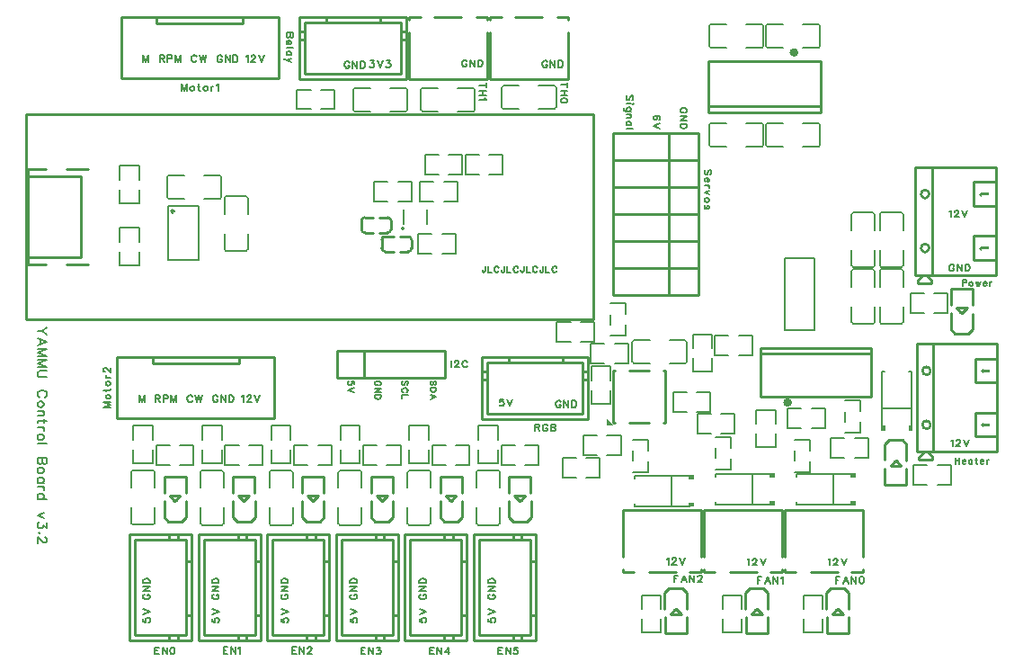
<source format=gto>
G04 Layer: TopSilkscreenLayer*
G04 EasyEDA Pro v2.2.34.8, 2025-01-04 05:44:47*
G04 Gerber Generator version 0.3*
G04 Scale: 100 percent, Rotated: No, Reflected: No*
G04 Dimensions in millimeters*
G04 Leading zeros omitted, absolute positions, 4 integers and 5 decimals*
%FSLAX45Y45*%
%MOMM*%
%ADD10C,0.15*%
%ADD11C,0.152*%
%ADD12C,0.1524*%
%ADD13C,0.254*%
%ADD14C,0.2*%
%ADD15C,0.4019*%
%ADD16C,0.4*%
G75*


G04 Text Start*
G54D10*
G01X3332480Y-3501652D02*
G01X3337814Y-3499112D01*
G01X3343148Y-3493778D01*
G01X3345688Y-3488444D01*
G01X3345688Y-3477776D01*
G01X3343148Y-3472442D01*
G01X3337814Y-3467108D01*
G01X3332480Y-3464568D01*
G01X3324606Y-3462028D01*
G01X3311144Y-3462028D01*
G01X3303270Y-3464568D01*
G01X3297936Y-3467108D01*
G01X3292602Y-3472442D01*
G01X3290062Y-3477776D01*
G01X3290062Y-3488444D01*
G01X3292602Y-3493778D01*
G01X3297936Y-3499112D01*
G01X3303270Y-3501652D01*
G01X3311144Y-3501652D01*
G01X3311144Y-3488444D02*
G01X3311144Y-3501652D01*
G01X3345688Y-3529338D02*
G01X3290062Y-3529338D01*
G01X3345688Y-3529338D02*
G01X3290062Y-3566676D01*
G01X3345688Y-3566676D02*
G01X3290062Y-3566676D01*
G01X3345688Y-3594362D02*
G01X3290062Y-3594362D01*
G01X3345688Y-3594362D02*
G01X3345688Y-3612904D01*
G01X3343148Y-3621032D01*
G01X3337814Y-3626366D01*
G01X3332480Y-3628906D01*
G01X3324606Y-3631700D01*
G01X3311144Y-3631700D01*
G01X3303270Y-3628906D01*
G01X3297936Y-3626366D01*
G01X3292602Y-3621032D01*
G01X3290062Y-3612904D01*
G01X3290062Y-3594362D01*
G01X3091688Y-3493778D02*
G01X3091688Y-3467108D01*
G01X3067812Y-3464568D01*
G01X3070606Y-3467108D01*
G01X3073146Y-3475236D01*
G01X3073146Y-3483110D01*
G01X3070606Y-3491238D01*
G01X3065272Y-3496318D01*
G01X3057144Y-3499112D01*
G01X3051810Y-3499112D01*
G01X3043936Y-3496318D01*
G01X3038602Y-3491238D01*
G01X3036062Y-3483110D01*
G01X3036062Y-3475236D01*
G01X3038602Y-3467108D01*
G01X3041396Y-3464568D01*
G01X3046730Y-3462028D01*
G01X3091688Y-3526798D02*
G01X3036062Y-3548134D01*
G01X3091688Y-3569470D02*
G01X3036062Y-3548134D01*
G01X3591814Y-3499112D02*
G01X3597148Y-3493778D01*
G01X3599688Y-3485904D01*
G01X3599688Y-3475236D01*
G01X3597148Y-3467108D01*
G01X3591814Y-3462028D01*
G01X3586480Y-3462028D01*
G01X3581146Y-3464568D01*
G01X3578606Y-3467108D01*
G01X3575812Y-3472442D01*
G01X3570478Y-3488444D01*
G01X3567938Y-3493778D01*
G01X3565144Y-3496318D01*
G01X3559810Y-3499112D01*
G01X3551936Y-3499112D01*
G01X3546602Y-3493778D01*
G01X3544062Y-3485904D01*
G01X3544062Y-3475236D01*
G01X3546602Y-3467108D01*
G01X3551936Y-3462028D01*
G01X3586480Y-3566676D02*
G01X3591814Y-3564136D01*
G01X3597148Y-3558802D01*
G01X3599688Y-3553468D01*
G01X3599688Y-3542800D01*
G01X3597148Y-3537466D01*
G01X3591814Y-3532132D01*
G01X3586480Y-3529592D01*
G01X3578606Y-3526798D01*
G01X3565144Y-3526798D01*
G01X3557270Y-3529592D01*
G01X3551936Y-3532132D01*
G01X3546602Y-3537466D01*
G01X3544062Y-3542800D01*
G01X3544062Y-3553468D01*
G01X3546602Y-3558802D01*
G01X3551936Y-3564136D01*
G01X3557270Y-3566676D01*
G01X3599688Y-3594362D02*
G01X3544062Y-3594362D01*
G01X3544062Y-3594362D02*
G01X3544062Y-3626366D01*
G01X3858514Y-3499112D02*
G01X3863848Y-3493778D01*
G01X3866388Y-3485904D01*
G01X3866388Y-3475236D01*
G01X3863848Y-3467108D01*
G01X3858514Y-3462028D01*
G01X3853180Y-3462028D01*
G01X3847846Y-3464568D01*
G01X3845306Y-3467108D01*
G01X3842512Y-3472442D01*
G01X3837178Y-3488444D01*
G01X3834638Y-3493778D01*
G01X3831844Y-3496318D01*
G01X3826510Y-3499112D01*
G01X3818636Y-3499112D01*
G01X3813302Y-3493778D01*
G01X3810762Y-3485904D01*
G01X3810762Y-3475236D01*
G01X3813302Y-3467108D01*
G01X3818636Y-3462028D01*
G01X3866388Y-3526798D02*
G01X3810762Y-3526798D01*
G01X3866388Y-3526798D02*
G01X3866388Y-3545340D01*
G01X3863848Y-3553468D01*
G01X3858514Y-3558802D01*
G01X3853180Y-3561342D01*
G01X3845306Y-3564136D01*
G01X3831844Y-3564136D01*
G01X3823970Y-3561342D01*
G01X3818636Y-3558802D01*
G01X3813302Y-3553468D01*
G01X3810762Y-3545340D01*
G01X3810762Y-3526798D01*
G01X3866388Y-3613158D02*
G01X3810762Y-3591822D01*
G01X3866388Y-3613158D02*
G01X3810762Y-3634494D01*
G01X3829304Y-3599950D02*
G01X3829304Y-3626366D01*
G54D11*
G01X6213640Y-936879D02*
G01X6219990Y-933831D01*
G01X6226086Y-927481D01*
G01X6229134Y-921385D01*
G01X6229134Y-908939D01*
G01X6226086Y-902843D01*
G01X6219990Y-896493D01*
G01X6213640Y-893445D01*
G01X6204496Y-890397D01*
G01X6189002Y-890397D01*
G01X6179604Y-893445D01*
G01X6173508Y-896493D01*
G01X6167158Y-902843D01*
G01X6164110Y-908939D01*
G01X6164110Y-921385D01*
G01X6167158Y-927481D01*
G01X6173508Y-933831D01*
G01X6179604Y-936879D01*
G01X6189002Y-936879D01*
G01X6189002Y-921385D02*
G01X6189002Y-936879D01*
G01X6229134Y-966851D02*
G01X6164110Y-966851D01*
G01X6229134Y-966851D02*
G01X6164110Y-1010285D01*
G01X6229134Y-1010285D02*
G01X6164110Y-1010285D01*
G01X6229134Y-1040257D02*
G01X6164110Y-1040257D01*
G01X6229134Y-1040257D02*
G01X6229134Y-1062101D01*
G01X6226086Y-1071245D01*
G01X6219990Y-1077595D01*
G01X6213640Y-1080643D01*
G01X6204496Y-1083691D01*
G01X6189002Y-1083691D01*
G01X6179604Y-1080643D01*
G01X6173508Y-1077595D01*
G01X6167158Y-1071245D01*
G01X6164110Y-1062101D01*
G01X6164110Y-1040257D01*
G01X5965990Y-1001141D02*
G01X5972086Y-998093D01*
G01X5975134Y-988695D01*
G01X5975134Y-982599D01*
G01X5972086Y-973201D01*
G01X5962942Y-967105D01*
G01X5947448Y-964057D01*
G01X5931954Y-964057D01*
G01X5919508Y-967105D01*
G01X5913158Y-973201D01*
G01X5910110Y-982599D01*
G01X5910110Y-985647D01*
G01X5913158Y-995045D01*
G01X5919508Y-1001141D01*
G01X5928652Y-1004189D01*
G01X5931954Y-1004189D01*
G01X5941098Y-1001141D01*
G01X5947448Y-995045D01*
G01X5950496Y-985647D01*
G01X5950496Y-982599D01*
G01X5947448Y-973201D01*
G01X5941098Y-967105D01*
G01X5931954Y-964057D01*
G01X5975134Y-1034161D02*
G01X5910110Y-1059053D01*
G01X5975134Y-1083691D02*
G01X5910110Y-1059053D01*
G01X5711990Y-818769D02*
G01X5718086Y-812419D01*
G01X5721134Y-803275D01*
G01X5721134Y-790829D01*
G01X5718086Y-781431D01*
G01X5711990Y-775335D01*
G01X5705640Y-775335D01*
G01X5699544Y-778383D01*
G01X5696496Y-781431D01*
G01X5693448Y-787781D01*
G01X5687098Y-806323D01*
G01X5684050Y-812419D01*
G01X5681002Y-815467D01*
G01X5674652Y-818769D01*
G01X5665508Y-818769D01*
G01X5659158Y-812419D01*
G01X5656110Y-803275D01*
G01X5656110Y-790829D01*
G01X5659158Y-781431D01*
G01X5665508Y-775335D01*
G01X5721134Y-848741D02*
G01X5718086Y-852043D01*
G01X5721134Y-855091D01*
G01X5724436Y-852043D01*
G01X5721134Y-848741D01*
G01X5699544Y-852043D02*
G01X5656110Y-852043D01*
G01X5699544Y-922401D02*
G01X5650014Y-922401D01*
G01X5640616Y-919099D01*
G01X5637568Y-916051D01*
G01X5634520Y-909955D01*
G01X5634520Y-900557D01*
G01X5637568Y-894461D01*
G01X5690146Y-922401D02*
G01X5696496Y-916051D01*
G01X5699544Y-909955D01*
G01X5699544Y-900557D01*
G01X5696496Y-894461D01*
G01X5690146Y-888365D01*
G01X5681002Y-885063D01*
G01X5674652Y-885063D01*
G01X5665508Y-888365D01*
G01X5659158Y-894461D01*
G01X5656110Y-900557D01*
G01X5656110Y-909955D01*
G01X5659158Y-916051D01*
G01X5665508Y-922401D01*
G01X5699544Y-952373D02*
G01X5656110Y-952373D01*
G01X5687098Y-952373D02*
G01X5696496Y-961771D01*
G01X5699544Y-967867D01*
G01X5699544Y-977265D01*
G01X5696496Y-983361D01*
G01X5687098Y-986409D01*
G01X5656110Y-986409D01*
G01X5699544Y-1053719D02*
G01X5656110Y-1053719D01*
G01X5690146Y-1053719D02*
G01X5696496Y-1047369D01*
G01X5699544Y-1041273D01*
G01X5699544Y-1031875D01*
G01X5696496Y-1025779D01*
G01X5690146Y-1019683D01*
G01X5681002Y-1016381D01*
G01X5674652Y-1016381D01*
G01X5665508Y-1019683D01*
G01X5659158Y-1025779D01*
G01X5656110Y-1031875D01*
G01X5656110Y-1041273D01*
G01X5659158Y-1047369D01*
G01X5665508Y-1053719D01*
G01X5721134Y-1083691D02*
G01X5656110Y-1083691D01*
G54D10*
G01X8821420Y-2509012D02*
G01X8821420Y-2564638D01*
G01X8821420Y-2509012D02*
G01X8845296Y-2509012D01*
G01X8853170Y-2511552D01*
G01X8855710Y-2514346D01*
G01X8858504Y-2519426D01*
G01X8858504Y-2527554D01*
G01X8855710Y-2532888D01*
G01X8853170Y-2535428D01*
G01X8845296Y-2538222D01*
G01X8821420Y-2538222D01*
G01X8899652Y-2527554D02*
G01X8894318Y-2530094D01*
G01X8888984Y-2535428D01*
G01X8886190Y-2543556D01*
G01X8886190Y-2548890D01*
G01X8888984Y-2556764D01*
G01X8894318Y-2562098D01*
G01X8899652Y-2564638D01*
G01X8907526Y-2564638D01*
G01X8912860Y-2562098D01*
G01X8918194Y-2556764D01*
G01X8920734Y-2548890D01*
G01X8920734Y-2543556D01*
G01X8918194Y-2535428D01*
G01X8912860Y-2530094D01*
G01X8907526Y-2527554D01*
G01X8899652Y-2527554D01*
G01X8948420Y-2527554D02*
G01X8959088Y-2564638D01*
G01X8969756Y-2527554D02*
G01X8959088Y-2564638D01*
G01X8969756Y-2527554D02*
G01X8980424Y-2564638D01*
G01X8991092Y-2527554D02*
G01X8980424Y-2564638D01*
G01X9018778Y-2543556D02*
G01X9050782Y-2543556D01*
G01X9050782Y-2538222D01*
G01X9047988Y-2532888D01*
G01X9045448Y-2530094D01*
G01X9040114Y-2527554D01*
G01X9032240Y-2527554D01*
G01X9026906Y-2530094D01*
G01X9021572Y-2535428D01*
G01X9018778Y-2543556D01*
G01X9018778Y-2548890D01*
G01X9021572Y-2556764D01*
G01X9026906Y-2562098D01*
G01X9032240Y-2564638D01*
G01X9040114Y-2564638D01*
G01X9045448Y-2562098D01*
G01X9050782Y-2556764D01*
G01X9078468Y-2527554D02*
G01X9078468Y-2564638D01*
G01X9078468Y-2543556D02*
G01X9081262Y-2535428D01*
G01X9086596Y-2530094D01*
G01X9091930Y-2527554D01*
G01X9099804Y-2527554D01*
G01X8757726Y-4184612D02*
G01X8757726Y-4240238D01*
G01X8794810Y-4184612D02*
G01X8794810Y-4240238D01*
G01X8757726Y-4211028D02*
G01X8794810Y-4211028D01*
G01X8822496Y-4219156D02*
G01X8854500Y-4219156D01*
G01X8854500Y-4213822D01*
G01X8851706Y-4208488D01*
G01X8849166Y-4205694D01*
G01X8843832Y-4203154D01*
G01X8835958Y-4203154D01*
G01X8830624Y-4205694D01*
G01X8825290Y-4211028D01*
G01X8822496Y-4219156D01*
G01X8822496Y-4224490D01*
G01X8825290Y-4232364D01*
G01X8830624Y-4237698D01*
G01X8835958Y-4240238D01*
G01X8843832Y-4240238D01*
G01X8849166Y-4237698D01*
G01X8854500Y-4232364D01*
G01X8914190Y-4203154D02*
G01X8914190Y-4240238D01*
G01X8914190Y-4211028D02*
G01X8908856Y-4205694D01*
G01X8903522Y-4203154D01*
G01X8895648Y-4203154D01*
G01X8890314Y-4205694D01*
G01X8884980Y-4211028D01*
G01X8882186Y-4219156D01*
G01X8882186Y-4224490D01*
G01X8884980Y-4232364D01*
G01X8890314Y-4237698D01*
G01X8895648Y-4240238D01*
G01X8903522Y-4240238D01*
G01X8908856Y-4237698D01*
G01X8914190Y-4232364D01*
G01X8950004Y-4184612D02*
G01X8950004Y-4229570D01*
G01X8952544Y-4237698D01*
G01X8957878Y-4240238D01*
G01X8963212Y-4240238D01*
G01X8941876Y-4203154D02*
G01X8960418Y-4203154D01*
G01X8990898Y-4219156D02*
G01X9022902Y-4219156D01*
G01X9022902Y-4213822D01*
G01X9020108Y-4208488D01*
G01X9017568Y-4205694D01*
G01X9012234Y-4203154D01*
G01X9004360Y-4203154D01*
G01X8999026Y-4205694D01*
G01X8993692Y-4211028D01*
G01X8990898Y-4219156D01*
G01X8990898Y-4224490D01*
G01X8993692Y-4232364D01*
G01X8999026Y-4237698D01*
G01X9004360Y-4240238D01*
G01X9012234Y-4240238D01*
G01X9017568Y-4237698D01*
G01X9022902Y-4232364D01*
G01X9050588Y-4203154D02*
G01X9050588Y-4240238D01*
G01X9050588Y-4219156D02*
G01X9053382Y-4211028D01*
G01X9058716Y-4205694D01*
G01X9064050Y-4203154D01*
G01X9071924Y-4203154D01*
G01X6448590Y-1519361D02*
G01X6454686Y-1513011D01*
G01X6457988Y-1503613D01*
G01X6457988Y-1491421D01*
G01X6454686Y-1482023D01*
G01X6448590Y-1475927D01*
G01X6442494Y-1475927D01*
G01X6436144Y-1478975D01*
G01X6433096Y-1482023D01*
G01X6430048Y-1488119D01*
G01X6423698Y-1506915D01*
G01X6420650Y-1513011D01*
G01X6417602Y-1516059D01*
G01X6411252Y-1519361D01*
G01X6402108Y-1519361D01*
G01X6395758Y-1513011D01*
G01X6392710Y-1503613D01*
G01X6392710Y-1491421D01*
G01X6395758Y-1482023D01*
G01X6402108Y-1475927D01*
G01X6417602Y-1549333D02*
G01X6417602Y-1586417D01*
G01X6423698Y-1586417D01*
G01X6430048Y-1583369D01*
G01X6433096Y-1580321D01*
G01X6436144Y-1573971D01*
G01X6436144Y-1564827D01*
G01X6433096Y-1558477D01*
G01X6426746Y-1552381D01*
G01X6417602Y-1549333D01*
G01X6411252Y-1549333D01*
G01X6402108Y-1552381D01*
G01X6395758Y-1558477D01*
G01X6392710Y-1564827D01*
G01X6392710Y-1573971D01*
G01X6395758Y-1580321D01*
G01X6402108Y-1586417D01*
G01X6436144Y-1616389D02*
G01X6392710Y-1616389D01*
G01X6417602Y-1616389D02*
G01X6426746Y-1619437D01*
G01X6433096Y-1625533D01*
G01X6436144Y-1631883D01*
G01X6436144Y-1641027D01*
G01X6436144Y-1670999D02*
G01X6392710Y-1689541D01*
G01X6436144Y-1708083D02*
G01X6392710Y-1689541D01*
G01X6436144Y-1753549D02*
G01X6433096Y-1747199D01*
G01X6426746Y-1741103D01*
G01X6417602Y-1738055D01*
G01X6411252Y-1738055D01*
G01X6402108Y-1741103D01*
G01X6395758Y-1747199D01*
G01X6392710Y-1753549D01*
G01X6392710Y-1762693D01*
G01X6395758Y-1769043D01*
G01X6402108Y-1775139D01*
G01X6411252Y-1778441D01*
G01X6417602Y-1778441D01*
G01X6426746Y-1775139D01*
G01X6433096Y-1769043D01*
G01X6436144Y-1762693D01*
G01X6436144Y-1753549D01*
G01X6426746Y-1842449D02*
G01X6433096Y-1839401D01*
G01X6436144Y-1830003D01*
G01X6436144Y-1820859D01*
G01X6433096Y-1811461D01*
G01X6426746Y-1808413D01*
G01X6420650Y-1811461D01*
G01X6417602Y-1817557D01*
G01X6414554Y-1833051D01*
G01X6411252Y-1839401D01*
G01X6405156Y-1842449D01*
G01X6402108Y-1842449D01*
G01X6395758Y-1839401D01*
G01X6392710Y-1830003D01*
G01X6392710Y-1820859D01*
G01X6395758Y-1811461D01*
G01X6402108Y-1808413D01*
G54D12*
G01X4336034Y-677164D02*
G01X4271010Y-677164D01*
G01X4336034Y-655574D02*
G01X4336034Y-699008D01*
G01X4336034Y-729234D02*
G01X4271010Y-729234D01*
G01X4336034Y-772414D02*
G01X4271010Y-772414D01*
G01X4305046Y-729234D02*
G01X4305046Y-772414D01*
G01X4323588Y-802640D02*
G01X4326890Y-808736D01*
G01X4336034Y-817880D01*
G01X4271010Y-817880D01*
G01X5104384Y-674497D02*
G01X5039360Y-674497D01*
G01X5104384Y-652907D02*
G01X5104384Y-696341D01*
G01X5104384Y-726567D02*
G01X5039360Y-726567D01*
G01X5104384Y-769747D02*
G01X5039360Y-769747D01*
G01X5073396Y-726567D02*
G01X5073396Y-769747D01*
G01X5104384Y-818515D02*
G01X5101336Y-809117D01*
G01X5091938Y-803021D01*
G01X5076698Y-799973D01*
G01X5067300Y-799973D01*
G01X5051806Y-803021D01*
G01X5042408Y-809117D01*
G01X5039360Y-818515D01*
G01X5039360Y-824611D01*
G01X5042408Y-834009D01*
G01X5051806Y-840105D01*
G01X5067300Y-843153D01*
G01X5076698Y-843153D01*
G01X5091938Y-840105D01*
G01X5101336Y-834009D01*
G01X5104384Y-824611D01*
G01X5104384Y-818515D01*
G54D10*
G01X4326636Y-2382012D02*
G01X4326636Y-2424430D01*
G01X4324096Y-2432304D01*
G01X4321302Y-2435098D01*
G01X4315968Y-2437638D01*
G01X4310634Y-2437638D01*
G01X4305300Y-2435098D01*
G01X4302760Y-2432304D01*
G01X4300220Y-2424430D01*
G01X4300220Y-2419096D01*
G01X4354322Y-2382012D02*
G01X4354322Y-2437638D01*
G01X4354322Y-2437638D02*
G01X4386326Y-2437638D01*
G01X4453890Y-2395220D02*
G01X4451350Y-2389886D01*
G01X4446016Y-2384552D01*
G01X4440682Y-2382012D01*
G01X4430014Y-2382012D01*
G01X4424680Y-2384552D01*
G01X4419346Y-2389886D01*
G01X4416806Y-2395220D01*
G01X4414012Y-2403094D01*
G01X4414012Y-2416556D01*
G01X4416806Y-2424430D01*
G01X4419346Y-2429764D01*
G01X4424680Y-2435098D01*
G01X4430014Y-2437638D01*
G01X4440682Y-2437638D01*
G01X4446016Y-2435098D01*
G01X4451350Y-2429764D01*
G01X4453890Y-2424430D01*
G01X4508246Y-2382012D02*
G01X4508246Y-2424430D01*
G01X4505452Y-2432304D01*
G01X4502912Y-2435098D01*
G01X4497578Y-2437638D01*
G01X4492244Y-2437638D01*
G01X4486910Y-2435098D01*
G01X4484370Y-2432304D01*
G01X4481576Y-2424430D01*
G01X4481576Y-2419096D01*
G01X4535932Y-2382012D02*
G01X4535932Y-2437638D01*
G01X4535932Y-2437638D02*
G01X4567936Y-2437638D01*
G01X4635500Y-2395220D02*
G01X4632960Y-2389886D01*
G01X4627626Y-2384552D01*
G01X4622292Y-2382012D01*
G01X4611624Y-2382012D01*
G01X4606290Y-2384552D01*
G01X4600956Y-2389886D01*
G01X4598416Y-2395220D01*
G01X4595622Y-2403094D01*
G01X4595622Y-2416556D01*
G01X4598416Y-2424430D01*
G01X4600956Y-2429764D01*
G01X4606290Y-2435098D01*
G01X4611624Y-2437638D01*
G01X4622292Y-2437638D01*
G01X4627626Y-2435098D01*
G01X4632960Y-2429764D01*
G01X4635500Y-2424430D01*
G01X4689856Y-2382012D02*
G01X4689856Y-2424430D01*
G01X4687062Y-2432304D01*
G01X4684522Y-2435098D01*
G01X4679188Y-2437638D01*
G01X4673854Y-2437638D01*
G01X4668520Y-2435098D01*
G01X4665980Y-2432304D01*
G01X4663186Y-2424430D01*
G01X4663186Y-2419096D01*
G01X4717542Y-2382012D02*
G01X4717542Y-2437638D01*
G01X4717542Y-2437638D02*
G01X4749546Y-2437638D01*
G01X4817110Y-2395220D02*
G01X4814570Y-2389886D01*
G01X4809236Y-2384552D01*
G01X4803902Y-2382012D01*
G01X4793234Y-2382012D01*
G01X4787900Y-2384552D01*
G01X4782566Y-2389886D01*
G01X4780026Y-2395220D01*
G01X4777232Y-2403094D01*
G01X4777232Y-2416556D01*
G01X4780026Y-2424430D01*
G01X4782566Y-2429764D01*
G01X4787900Y-2435098D01*
G01X4793234Y-2437638D01*
G01X4803902Y-2437638D01*
G01X4809236Y-2435098D01*
G01X4814570Y-2429764D01*
G01X4817110Y-2424430D01*
G01X4871466Y-2382012D02*
G01X4871466Y-2424430D01*
G01X4868672Y-2432304D01*
G01X4866132Y-2435098D01*
G01X4860798Y-2437638D01*
G01X4855464Y-2437638D01*
G01X4850130Y-2435098D01*
G01X4847590Y-2432304D01*
G01X4844796Y-2424430D01*
G01X4844796Y-2419096D01*
G01X4899152Y-2382012D02*
G01X4899152Y-2437638D01*
G01X4899152Y-2437638D02*
G01X4931156Y-2437638D01*
G01X4998720Y-2395220D02*
G01X4996180Y-2389886D01*
G01X4990846Y-2384552D01*
G01X4985512Y-2382012D01*
G01X4974844Y-2382012D01*
G01X4969510Y-2384552D01*
G01X4964176Y-2389886D01*
G01X4961636Y-2395220D01*
G01X4958842Y-2403094D01*
G01X4958842Y-2416556D01*
G01X4961636Y-2424430D01*
G01X4964176Y-2429764D01*
G01X4969510Y-2435098D01*
G01X4974844Y-2437638D01*
G01X4985512Y-2437638D01*
G01X4990846Y-2435098D01*
G01X4996180Y-2429764D01*
G01X4998720Y-2424430D01*
G54D12*
G01X201676Y-2954020D02*
G01X159512Y-2987802D01*
G01X113284Y-2987802D01*
G01X201676Y-3021330D02*
G01X159512Y-2987802D01*
G01X201676Y-3090418D02*
G01X113284Y-3056890D01*
G01X201676Y-3090418D02*
G01X113284Y-3124200D01*
G01X142748Y-3069336D02*
G01X142748Y-3111500D01*
G01X201676Y-3159760D02*
G01X113284Y-3159760D01*
G01X201676Y-3159760D02*
G01X113284Y-3193288D01*
G01X201676Y-3227070D02*
G01X113284Y-3193288D01*
G01X201676Y-3227070D02*
G01X113284Y-3227070D01*
G01X201676Y-3262630D02*
G01X113284Y-3262630D01*
G01X201676Y-3262630D02*
G01X113284Y-3296158D01*
G01X201676Y-3329940D02*
G01X113284Y-3296158D01*
G01X201676Y-3329940D02*
G01X113284Y-3329940D01*
G01X201676Y-3365500D02*
G01X138684Y-3365500D01*
G01X125984Y-3369564D01*
G01X117602Y-3377946D01*
G01X113284Y-3390646D01*
G01X113284Y-3399028D01*
G01X117602Y-3411728D01*
G01X125984Y-3420110D01*
G01X138684Y-3424428D01*
G01X201676Y-3424428D01*
G01X180594Y-3617468D02*
G01X188976Y-3613150D01*
G01X197612Y-3604768D01*
G01X201676Y-3596386D01*
G01X201676Y-3579368D01*
G01X197612Y-3570986D01*
G01X188976Y-3562604D01*
G01X180594Y-3558540D01*
G01X168148Y-3554222D01*
G01X147066Y-3554222D01*
G01X134366Y-3558540D01*
G01X125984Y-3562604D01*
G01X117602Y-3570986D01*
G01X113284Y-3579368D01*
G01X113284Y-3596386D01*
G01X117602Y-3604768D01*
G01X125984Y-3613150D01*
G01X134366Y-3617468D01*
G01X172212Y-3673856D02*
G01X168148Y-3665474D01*
G01X159512Y-3657092D01*
G01X147066Y-3653028D01*
G01X138684Y-3653028D01*
G01X125984Y-3657092D01*
G01X117602Y-3665474D01*
G01X113284Y-3673856D01*
G01X113284Y-3686556D01*
G01X117602Y-3694938D01*
G01X125984Y-3703574D01*
G01X138684Y-3707638D01*
G01X147066Y-3707638D01*
G01X159512Y-3703574D01*
G01X168148Y-3694938D01*
G01X172212Y-3686556D01*
G01X172212Y-3673856D01*
G01X172212Y-3743198D02*
G01X113284Y-3743198D01*
G01X155448Y-3743198D02*
G01X168148Y-3755644D01*
G01X172212Y-3764026D01*
G01X172212Y-3776726D01*
G01X168148Y-3785108D01*
G01X155448Y-3789426D01*
G01X113284Y-3789426D01*
G01X201676Y-3837432D02*
G01X130048Y-3837432D01*
G01X117602Y-3841750D01*
G01X113284Y-3850132D01*
G01X113284Y-3858514D01*
G01X172212Y-3824986D02*
G01X172212Y-3854450D01*
G01X172212Y-3894074D02*
G01X113284Y-3894074D01*
G01X147066Y-3894074D02*
G01X159512Y-3898138D01*
G01X168148Y-3906520D01*
G01X172212Y-3914902D01*
G01X172212Y-3927602D01*
G01X172212Y-3983990D02*
G01X168148Y-3975608D01*
G01X159512Y-3967226D01*
G01X147066Y-3963162D01*
G01X138684Y-3963162D01*
G01X125984Y-3967226D01*
G01X117602Y-3975608D01*
G01X113284Y-3983990D01*
G01X113284Y-3996690D01*
G01X117602Y-4005072D01*
G01X125984Y-4013708D01*
G01X138684Y-4017772D01*
G01X147066Y-4017772D01*
G01X159512Y-4013708D01*
G01X168148Y-4005072D01*
G01X172212Y-3996690D01*
G01X172212Y-3983990D01*
G01X201676Y-4053332D02*
G01X113284Y-4053332D01*
G01X201676Y-4183126D02*
G01X113284Y-4183126D01*
G01X201676Y-4183126D02*
G01X201676Y-4220972D01*
G01X197612Y-4233672D01*
G01X193294Y-4237990D01*
G01X184912Y-4242054D01*
G01X176530Y-4242054D01*
G01X168148Y-4237990D01*
G01X163830Y-4233672D01*
G01X159512Y-4220972D01*
G01X159512Y-4183126D02*
G01X159512Y-4220972D01*
G01X155448Y-4233672D01*
G01X151130Y-4237990D01*
G01X142748Y-4242054D01*
G01X130048Y-4242054D01*
G01X121666Y-4237990D01*
G01X117602Y-4233672D01*
G01X113284Y-4220972D01*
G01X113284Y-4183126D01*
G01X172212Y-4298442D02*
G01X168148Y-4290060D01*
G01X159512Y-4281678D01*
G01X147066Y-4277614D01*
G01X138684Y-4277614D01*
G01X125984Y-4281678D01*
G01X117602Y-4290060D01*
G01X113284Y-4298442D01*
G01X113284Y-4311142D01*
G01X117602Y-4319524D01*
G01X125984Y-4328160D01*
G01X138684Y-4332224D01*
G01X147066Y-4332224D01*
G01X159512Y-4328160D01*
G01X168148Y-4319524D01*
G01X172212Y-4311142D01*
G01X172212Y-4298442D01*
G01X172212Y-4418330D02*
G01X113284Y-4418330D01*
G01X159512Y-4418330D02*
G01X168148Y-4409694D01*
G01X172212Y-4401312D01*
G01X172212Y-4388612D01*
G01X168148Y-4380230D01*
G01X159512Y-4371848D01*
G01X147066Y-4367784D01*
G01X138684Y-4367784D01*
G01X125984Y-4371848D01*
G01X117602Y-4380230D01*
G01X113284Y-4388612D01*
G01X113284Y-4401312D01*
G01X117602Y-4409694D01*
G01X125984Y-4418330D01*
G01X172212Y-4453890D02*
G01X113284Y-4453890D01*
G01X147066Y-4453890D02*
G01X159512Y-4457954D01*
G01X168148Y-4466336D01*
G01X172212Y-4474718D01*
G01X172212Y-4487418D01*
G01X201676Y-4573524D02*
G01X113284Y-4573524D01*
G01X159512Y-4573524D02*
G01X168148Y-4564888D01*
G01X172212Y-4556506D01*
G01X172212Y-4543806D01*
G01X168148Y-4535424D01*
G01X159512Y-4527042D01*
G01X147066Y-4522978D01*
G01X138684Y-4522978D01*
G01X125984Y-4527042D01*
G01X117602Y-4535424D01*
G01X113284Y-4543806D01*
G01X113284Y-4556506D01*
G01X117602Y-4564888D01*
G01X125984Y-4573524D01*
G01X172212Y-4703318D02*
G01X113284Y-4728464D01*
G01X172212Y-4753864D02*
G01X113284Y-4728464D01*
G01X201676Y-4797806D02*
G01X201676Y-4844034D01*
G01X168148Y-4818888D01*
G01X168148Y-4831334D01*
G01X163830Y-4839970D01*
G01X159512Y-4844034D01*
G01X147066Y-4848352D01*
G01X138684Y-4848352D01*
G01X125984Y-4844034D01*
G01X117602Y-4835652D01*
G01X113284Y-4822952D01*
G01X113284Y-4810252D01*
G01X117602Y-4797806D01*
G01X121666Y-4793488D01*
G01X130048Y-4789424D01*
G01X134366Y-4887976D02*
G01X130048Y-4883912D01*
G01X125984Y-4887976D01*
G01X130048Y-4892294D01*
G01X134366Y-4887976D01*
G01X180594Y-4931918D02*
G01X184912Y-4931918D01*
G01X193294Y-4936236D01*
G01X197612Y-4940300D01*
G01X201676Y-4948682D01*
G01X201676Y-4965700D01*
G01X197612Y-4974082D01*
G01X193294Y-4978400D01*
G01X184912Y-4982464D01*
G01X176530Y-4982464D01*
G01X168148Y-4978400D01*
G01X155448Y-4969764D01*
G01X113284Y-4927854D01*
G01X113284Y-4986782D01*
G01X6040120Y-5137912D02*
G01X6046216Y-5134610D01*
G01X6055614Y-5125466D01*
G01X6055614Y-5190490D01*
G01X6088888Y-5140960D02*
G01X6088888Y-5137912D01*
G01X6091936Y-5131562D01*
G01X6094984Y-5128514D01*
G01X6101080Y-5125466D01*
G01X6113526Y-5125466D01*
G01X6119876Y-5128514D01*
G01X6122924Y-5131562D01*
G01X6125972Y-5137912D01*
G01X6125972Y-5144008D01*
G01X6122924Y-5150104D01*
G01X6116574Y-5159502D01*
G01X6085840Y-5190490D01*
G01X6129020Y-5190490D01*
G01X6159246Y-5125466D02*
G01X6183884Y-5190490D01*
G01X6208776Y-5125466D02*
G01X6183884Y-5190490D01*
G01X6799072Y-5144262D02*
G01X6805168Y-5140960D01*
G01X6814566Y-5131816D01*
G01X6814566Y-5196840D01*
G01X6847840Y-5147310D02*
G01X6847840Y-5144262D01*
G01X6850888Y-5137912D01*
G01X6853936Y-5134864D01*
G01X6860032Y-5131816D01*
G01X6872478Y-5131816D01*
G01X6878828Y-5134864D01*
G01X6881876Y-5137912D01*
G01X6884924Y-5144262D01*
G01X6884924Y-5150358D01*
G01X6881876Y-5156454D01*
G01X6875526Y-5165852D01*
G01X6844792Y-5196840D01*
G01X6887972Y-5196840D01*
G01X6918198Y-5131816D02*
G01X6942836Y-5196840D01*
G01X6967728Y-5131816D02*
G01X6942836Y-5196840D01*
G01X7561072Y-5144262D02*
G01X7567168Y-5140960D01*
G01X7576566Y-5131816D01*
G01X7576566Y-5196840D01*
G01X7609840Y-5147310D02*
G01X7609840Y-5144262D01*
G01X7612888Y-5137912D01*
G01X7615936Y-5134864D01*
G01X7622032Y-5131816D01*
G01X7634478Y-5131816D01*
G01X7640828Y-5134864D01*
G01X7643876Y-5137912D01*
G01X7646924Y-5144262D01*
G01X7646924Y-5150358D01*
G01X7643876Y-5156454D01*
G01X7637526Y-5165852D01*
G01X7606792Y-5196840D01*
G01X7649972Y-5196840D01*
G01X7680198Y-5131816D02*
G01X7704836Y-5196840D01*
G01X7729728Y-5131816D02*
G01X7704836Y-5196840D01*
G01X4499356Y-3633216D02*
G01X4468368Y-3633216D01*
G01X4465320Y-3660902D01*
G01X4468368Y-3657854D01*
G01X4477766Y-3654806D01*
G01X4487164Y-3654806D01*
G01X4496308Y-3657854D01*
G01X4502404Y-3664204D01*
G01X4505706Y-3673348D01*
G01X4505706Y-3679698D01*
G01X4502404Y-3688842D01*
G01X4496308Y-3695192D01*
G01X4487164Y-3698240D01*
G01X4477766Y-3698240D01*
G01X4468368Y-3695192D01*
G01X4465320Y-3691890D01*
G01X4462272Y-3685794D01*
G01X4535932Y-3633216D02*
G01X4560570Y-3698240D01*
G01X4585462Y-3633216D02*
G01X4560570Y-3698240D01*
G01X5039487Y-3661410D02*
G01X5036439Y-3655060D01*
G01X5030089Y-3648964D01*
G01X5023993Y-3645916D01*
G01X5011547Y-3645916D01*
G01X5005451Y-3648964D01*
G01X4999101Y-3655060D01*
G01X4996053Y-3661410D01*
G01X4993005Y-3670554D01*
G01X4993005Y-3686048D01*
G01X4996053Y-3695446D01*
G01X4999101Y-3701542D01*
G01X5005451Y-3707892D01*
G01X5011547Y-3710940D01*
G01X5023993Y-3710940D01*
G01X5030089Y-3707892D01*
G01X5036439Y-3701542D01*
G01X5039487Y-3695446D01*
G01X5039487Y-3686048D01*
G01X5023993Y-3686048D02*
G01X5039487Y-3686048D01*
G01X5069713Y-3645916D02*
G01X5069713Y-3710940D01*
G01X5069713Y-3645916D02*
G01X5112893Y-3710940D01*
G01X5112893Y-3645916D02*
G01X5112893Y-3710940D01*
G01X5143119Y-3645916D02*
G01X5143119Y-3710940D01*
G01X5143119Y-3645916D02*
G01X5164709Y-3645916D01*
G01X5173853Y-3648964D01*
G01X5180203Y-3655060D01*
G01X5183251Y-3661410D01*
G01X5186299Y-3670554D01*
G01X5186299Y-3686048D01*
G01X5183251Y-3695446D01*
G01X5180203Y-3701542D01*
G01X5173853Y-3707892D01*
G01X5164709Y-3710940D01*
G01X5143119Y-3710940D01*
G01X4156202Y-454660D02*
G01X4153154Y-448310D01*
G01X4146804Y-442214D01*
G01X4140708Y-439166D01*
G01X4128262Y-439166D01*
G01X4122166Y-442214D01*
G01X4115816Y-448310D01*
G01X4112768Y-454660D01*
G01X4109720Y-463804D01*
G01X4109720Y-479298D01*
G01X4112768Y-488696D01*
G01X4115816Y-494792D01*
G01X4122166Y-501142D01*
G01X4128262Y-504190D01*
G01X4140708Y-504190D01*
G01X4146804Y-501142D01*
G01X4153154Y-494792D01*
G01X4156202Y-488696D01*
G01X4156202Y-479298D01*
G01X4140708Y-479298D02*
G01X4156202Y-479298D01*
G01X4186428Y-439166D02*
G01X4186428Y-504190D01*
G01X4186428Y-439166D02*
G01X4229608Y-504190D01*
G01X4229608Y-439166D02*
G01X4229608Y-504190D01*
G01X4259834Y-439166D02*
G01X4259834Y-504190D01*
G01X4259834Y-439166D02*
G01X4281424Y-439166D01*
G01X4290568Y-442214D01*
G01X4296918Y-448310D01*
G01X4299966Y-454660D01*
G01X4303014Y-463804D01*
G01X4303014Y-479298D01*
G01X4299966Y-488696D01*
G01X4296918Y-494792D01*
G01X4290568Y-501142D01*
G01X4281424Y-504190D01*
G01X4259834Y-504190D01*
G01X4912487Y-461010D02*
G01X4909439Y-454660D01*
G01X4903089Y-448564D01*
G01X4896993Y-445516D01*
G01X4884547Y-445516D01*
G01X4878451Y-448564D01*
G01X4872101Y-454660D01*
G01X4869053Y-461010D01*
G01X4866005Y-470154D01*
G01X4866005Y-485648D01*
G01X4869053Y-495046D01*
G01X4872101Y-501142D01*
G01X4878451Y-507492D01*
G01X4884547Y-510540D01*
G01X4896993Y-510540D01*
G01X4903089Y-507492D01*
G01X4909439Y-501142D01*
G01X4912487Y-495046D01*
G01X4912487Y-485648D01*
G01X4896993Y-485648D02*
G01X4912487Y-485648D01*
G01X4942713Y-445516D02*
G01X4942713Y-510540D01*
G01X4942713Y-445516D02*
G01X4985893Y-510540D01*
G01X4985893Y-445516D02*
G01X4985893Y-510540D01*
G01X5016119Y-445516D02*
G01X5016119Y-510540D01*
G01X5016119Y-445516D02*
G01X5037709Y-445516D01*
G01X5046853Y-448564D01*
G01X5053203Y-454660D01*
G01X5056251Y-461010D01*
G01X5059299Y-470154D01*
G01X5059299Y-485648D01*
G01X5056251Y-495046D01*
G01X5053203Y-501142D01*
G01X5046853Y-507492D01*
G01X5037709Y-510540D01*
G01X5016119Y-510540D01*
G01X3049511Y-466127D02*
G01X3046463Y-459777D01*
G01X3040113Y-453681D01*
G01X3034017Y-450633D01*
G01X3021571Y-450633D01*
G01X3015475Y-453681D01*
G01X3009125Y-459777D01*
G01X3006077Y-466127D01*
G01X3003029Y-475271D01*
G01X3003029Y-490765D01*
G01X3006077Y-500163D01*
G01X3009125Y-506259D01*
G01X3015475Y-512609D01*
G01X3021571Y-515657D01*
G01X3034017Y-515657D01*
G01X3040113Y-512609D01*
G01X3046463Y-506259D01*
G01X3049511Y-500163D01*
G01X3049511Y-490765D01*
G01X3034017Y-490765D02*
G01X3049511Y-490765D01*
G01X3079737Y-450633D02*
G01X3079737Y-515657D01*
G01X3079737Y-450633D02*
G01X3122917Y-515657D01*
G01X3122917Y-450633D02*
G01X3122917Y-515657D01*
G01X3153143Y-450633D02*
G01X3153143Y-515657D01*
G01X3153143Y-450633D02*
G01X3174733Y-450633D01*
G01X3183877Y-453681D01*
G01X3190227Y-459777D01*
G01X3193275Y-466127D01*
G01X3196323Y-475271D01*
G01X3196323Y-490765D01*
G01X3193275Y-500163D01*
G01X3190227Y-506259D01*
G01X3183877Y-512609D01*
G01X3174733Y-515657D01*
G01X3153143Y-515657D01*
G01X8744458Y-2377552D02*
G01X8741410Y-2371202D01*
G01X8735060Y-2365106D01*
G01X8728964Y-2362058D01*
G01X8716518Y-2362058D01*
G01X8710422Y-2365106D01*
G01X8704072Y-2371202D01*
G01X8701024Y-2377552D01*
G01X8697976Y-2386696D01*
G01X8697976Y-2402190D01*
G01X8701024Y-2411588D01*
G01X8704072Y-2417684D01*
G01X8710422Y-2424034D01*
G01X8716518Y-2427082D01*
G01X8728964Y-2427082D01*
G01X8735060Y-2424034D01*
G01X8741410Y-2417684D01*
G01X8744458Y-2411588D01*
G01X8744458Y-2402190D01*
G01X8728964Y-2402190D02*
G01X8744458Y-2402190D01*
G01X8774684Y-2362058D02*
G01X8774684Y-2427082D01*
G01X8774684Y-2362058D02*
G01X8817864Y-2427082D01*
G01X8817864Y-2362058D02*
G01X8817864Y-2427082D01*
G01X8848090Y-2362058D02*
G01X8848090Y-2427082D01*
G01X8848090Y-2362058D02*
G01X8869680Y-2362058D01*
G01X8878824Y-2365106D01*
G01X8885174Y-2371202D01*
G01X8888222Y-2377552D01*
G01X8891270Y-2386696D01*
G01X8891270Y-2402190D01*
G01X8888222Y-2411588D01*
G01X8885174Y-2417684D01*
G01X8878824Y-2424034D01*
G01X8869680Y-2427082D01*
G01X8848090Y-2427082D01*
G01X3246501Y-445516D02*
G01X3280537Y-445516D01*
G01X3261995Y-470154D01*
G01X3271393Y-470154D01*
G01X3277489Y-473202D01*
G01X3280537Y-476504D01*
G01X3283839Y-485648D01*
G01X3283839Y-491998D01*
G01X3280537Y-501142D01*
G01X3274441Y-507492D01*
G01X3265297Y-510540D01*
G01X3255899Y-510540D01*
G01X3246501Y-507492D01*
G01X3243453Y-504190D01*
G01X3240405Y-498094D01*
G01X3314065Y-445516D02*
G01X3338703Y-510540D01*
G01X3363595Y-445516D02*
G01X3338703Y-510540D01*
G01X3399917Y-445516D02*
G01X3433953Y-445516D01*
G01X3415411Y-470154D01*
G01X3424555Y-470154D01*
G01X3430905Y-473202D01*
G01X3433953Y-476504D01*
G01X3437001Y-485648D01*
G01X3437001Y-491998D01*
G01X3433953Y-501142D01*
G01X3427857Y-507492D01*
G01X3418459Y-510540D01*
G01X3409061Y-510540D01*
G01X3399917Y-507492D01*
G01X3396869Y-504190D01*
G01X3393821Y-498094D01*
G01X8701405Y-1867662D02*
G01X8707501Y-1864360D01*
G01X8716899Y-1855216D01*
G01X8716899Y-1920240D01*
G01X8750173Y-1870710D02*
G01X8750173Y-1867662D01*
G01X8753221Y-1861312D01*
G01X8756269Y-1858264D01*
G01X8762365Y-1855216D01*
G01X8774811Y-1855216D01*
G01X8781161Y-1858264D01*
G01X8784209Y-1861312D01*
G01X8787257Y-1867662D01*
G01X8787257Y-1873758D01*
G01X8784209Y-1879854D01*
G01X8777859Y-1889252D01*
G01X8747125Y-1920240D01*
G01X8790305Y-1920240D01*
G01X8820531Y-1855216D02*
G01X8845169Y-1920240D01*
G01X8870061Y-1855216D02*
G01X8845169Y-1920240D01*
G01X8714105Y-4025351D02*
G01X8720201Y-4022049D01*
G01X8729599Y-4012905D01*
G01X8729599Y-4077929D01*
G01X8762873Y-4028399D02*
G01X8762873Y-4025351D01*
G01X8765921Y-4019001D01*
G01X8768969Y-4015953D01*
G01X8775065Y-4012905D01*
G01X8787511Y-4012905D01*
G01X8793861Y-4015953D01*
G01X8796909Y-4019001D01*
G01X8799957Y-4025351D01*
G01X8799957Y-4031447D01*
G01X8796909Y-4037543D01*
G01X8790559Y-4046941D01*
G01X8759825Y-4077929D01*
G01X8803005Y-4077929D01*
G01X8833231Y-4012905D02*
G01X8857869Y-4077929D01*
G01X8882761Y-4012905D02*
G01X8857869Y-4077929D01*
G01X1105916Y-5697235D02*
G01X1105916Y-5728223D01*
G01X1133602Y-5731271D01*
G01X1130554Y-5728223D01*
G01X1127506Y-5718825D01*
G01X1127506Y-5709427D01*
G01X1130554Y-5700283D01*
G01X1136904Y-5694187D01*
G01X1146048Y-5690885D01*
G01X1152398Y-5690885D01*
G01X1161542Y-5694187D01*
G01X1167892Y-5700283D01*
G01X1170940Y-5709427D01*
G01X1170940Y-5718825D01*
G01X1167892Y-5728223D01*
G01X1164590Y-5731271D01*
G01X1158494Y-5734319D01*
G01X1105916Y-5660659D02*
G01X1170940Y-5636021D01*
G01X1105916Y-5611129D02*
G01X1170940Y-5636021D01*
G01X1119420Y-5468267D02*
G01X1113070Y-5471315D01*
G01X1106974Y-5477665D01*
G01X1103926Y-5483761D01*
G01X1103926Y-5496207D01*
G01X1106974Y-5502303D01*
G01X1113070Y-5508653D01*
G01X1119420Y-5511701D01*
G01X1128564Y-5514749D01*
G01X1144058Y-5514749D01*
G01X1153456Y-5511701D01*
G01X1159552Y-5508653D01*
G01X1165902Y-5502303D01*
G01X1168950Y-5496207D01*
G01X1168950Y-5483761D01*
G01X1165902Y-5477665D01*
G01X1159552Y-5471315D01*
G01X1153456Y-5468267D01*
G01X1144058Y-5468267D01*
G01X1144058Y-5483761D02*
G01X1144058Y-5468267D01*
G01X1103926Y-5438041D02*
G01X1168950Y-5438041D01*
G01X1103926Y-5438041D02*
G01X1168950Y-5394861D01*
G01X1103926Y-5394861D02*
G01X1168950Y-5394861D01*
G01X1103926Y-5364635D02*
G01X1168950Y-5364635D01*
G01X1103926Y-5364635D02*
G01X1103926Y-5343045D01*
G01X1106974Y-5333901D01*
G01X1113070Y-5327551D01*
G01X1119420Y-5324503D01*
G01X1128564Y-5321455D01*
G01X1144058Y-5321455D01*
G01X1153456Y-5324503D01*
G01X1159552Y-5327551D01*
G01X1165902Y-5333901D01*
G01X1168950Y-5343045D01*
G01X1168950Y-5364635D01*
G01X1756355Y-5697235D02*
G01X1756355Y-5728223D01*
G01X1784041Y-5731271D01*
G01X1780993Y-5728223D01*
G01X1777945Y-5718825D01*
G01X1777945Y-5709427D01*
G01X1780993Y-5700283D01*
G01X1787343Y-5694187D01*
G01X1796487Y-5690885D01*
G01X1802837Y-5690885D01*
G01X1811981Y-5694187D01*
G01X1818331Y-5700283D01*
G01X1821379Y-5709427D01*
G01X1821379Y-5718825D01*
G01X1818331Y-5728223D01*
G01X1815029Y-5731271D01*
G01X1808933Y-5734319D01*
G01X1756355Y-5660659D02*
G01X1821379Y-5636021D01*
G01X1756355Y-5611129D02*
G01X1821379Y-5636021D01*
G01X1769859Y-5468267D02*
G01X1763509Y-5471315D01*
G01X1757413Y-5477665D01*
G01X1754365Y-5483761D01*
G01X1754365Y-5496207D01*
G01X1757413Y-5502303D01*
G01X1763509Y-5508653D01*
G01X1769859Y-5511701D01*
G01X1779003Y-5514749D01*
G01X1794497Y-5514749D01*
G01X1803895Y-5511701D01*
G01X1809991Y-5508653D01*
G01X1816341Y-5502303D01*
G01X1819389Y-5496207D01*
G01X1819389Y-5483761D01*
G01X1816341Y-5477665D01*
G01X1809991Y-5471315D01*
G01X1803895Y-5468267D01*
G01X1794497Y-5468267D01*
G01X1794497Y-5483761D02*
G01X1794497Y-5468267D01*
G01X1754365Y-5438041D02*
G01X1819389Y-5438041D01*
G01X1754365Y-5438041D02*
G01X1819389Y-5394861D01*
G01X1754365Y-5394861D02*
G01X1819389Y-5394861D01*
G01X1754365Y-5364635D02*
G01X1819389Y-5364635D01*
G01X1754365Y-5364635D02*
G01X1754365Y-5343045D01*
G01X1757413Y-5333901D01*
G01X1763509Y-5327551D01*
G01X1769859Y-5324503D01*
G01X1779003Y-5321455D01*
G01X1794497Y-5321455D01*
G01X1803895Y-5324503D01*
G01X1809991Y-5327551D01*
G01X1816341Y-5333901D01*
G01X1819389Y-5343045D01*
G01X1819389Y-5364635D01*
G01X2406794Y-5697235D02*
G01X2406794Y-5728223D01*
G01X2434480Y-5731271D01*
G01X2431432Y-5728223D01*
G01X2428384Y-5718825D01*
G01X2428384Y-5709427D01*
G01X2431432Y-5700283D01*
G01X2437782Y-5694187D01*
G01X2446926Y-5690885D01*
G01X2453276Y-5690885D01*
G01X2462420Y-5694187D01*
G01X2468770Y-5700283D01*
G01X2471818Y-5709427D01*
G01X2471818Y-5718825D01*
G01X2468770Y-5728223D01*
G01X2465468Y-5731271D01*
G01X2459372Y-5734319D01*
G01X2406794Y-5660659D02*
G01X2471818Y-5636021D01*
G01X2406794Y-5611129D02*
G01X2471818Y-5636021D01*
G01X2420298Y-5468267D02*
G01X2413948Y-5471315D01*
G01X2407852Y-5477665D01*
G01X2404804Y-5483761D01*
G01X2404804Y-5496207D01*
G01X2407852Y-5502303D01*
G01X2413948Y-5508653D01*
G01X2420298Y-5511701D01*
G01X2429442Y-5514749D01*
G01X2444936Y-5514749D01*
G01X2454334Y-5511701D01*
G01X2460430Y-5508653D01*
G01X2466780Y-5502303D01*
G01X2469828Y-5496207D01*
G01X2469828Y-5483761D01*
G01X2466780Y-5477665D01*
G01X2460430Y-5471315D01*
G01X2454334Y-5468267D01*
G01X2444936Y-5468267D01*
G01X2444936Y-5483761D02*
G01X2444936Y-5468267D01*
G01X2404804Y-5438041D02*
G01X2469828Y-5438041D01*
G01X2404804Y-5438041D02*
G01X2469828Y-5394861D01*
G01X2404804Y-5394861D02*
G01X2469828Y-5394861D01*
G01X2404804Y-5364635D02*
G01X2469828Y-5364635D01*
G01X2404804Y-5364635D02*
G01X2404804Y-5343045D01*
G01X2407852Y-5333901D01*
G01X2413948Y-5327551D01*
G01X2420298Y-5324503D01*
G01X2429442Y-5321455D01*
G01X2444936Y-5321455D01*
G01X2454334Y-5324503D01*
G01X2460430Y-5327551D01*
G01X2466780Y-5333901D01*
G01X2469828Y-5343045D01*
G01X2469828Y-5364635D01*
G01X3057233Y-5697235D02*
G01X3057233Y-5728223D01*
G01X3084919Y-5731271D01*
G01X3081871Y-5728223D01*
G01X3078823Y-5718825D01*
G01X3078823Y-5709427D01*
G01X3081871Y-5700283D01*
G01X3088221Y-5694187D01*
G01X3097365Y-5690885D01*
G01X3103715Y-5690885D01*
G01X3112859Y-5694187D01*
G01X3119209Y-5700283D01*
G01X3122257Y-5709427D01*
G01X3122257Y-5718825D01*
G01X3119209Y-5728223D01*
G01X3115907Y-5731271D01*
G01X3109811Y-5734319D01*
G01X3057233Y-5660659D02*
G01X3122257Y-5636021D01*
G01X3057233Y-5611129D02*
G01X3122257Y-5636021D01*
G01X3070737Y-5468267D02*
G01X3064387Y-5471315D01*
G01X3058291Y-5477665D01*
G01X3055243Y-5483761D01*
G01X3055243Y-5496207D01*
G01X3058291Y-5502303D01*
G01X3064387Y-5508653D01*
G01X3070737Y-5511701D01*
G01X3079881Y-5514749D01*
G01X3095375Y-5514749D01*
G01X3104773Y-5511701D01*
G01X3110869Y-5508653D01*
G01X3117219Y-5502303D01*
G01X3120267Y-5496207D01*
G01X3120267Y-5483761D01*
G01X3117219Y-5477665D01*
G01X3110869Y-5471315D01*
G01X3104773Y-5468267D01*
G01X3095375Y-5468267D01*
G01X3095375Y-5483761D02*
G01X3095375Y-5468267D01*
G01X3055243Y-5438041D02*
G01X3120267Y-5438041D01*
G01X3055243Y-5438041D02*
G01X3120267Y-5394861D01*
G01X3055243Y-5394861D02*
G01X3120267Y-5394861D01*
G01X3055243Y-5364635D02*
G01X3120267Y-5364635D01*
G01X3055243Y-5364635D02*
G01X3055243Y-5343045D01*
G01X3058291Y-5333901D01*
G01X3064387Y-5327551D01*
G01X3070737Y-5324503D01*
G01X3079881Y-5321455D01*
G01X3095375Y-5321455D01*
G01X3104773Y-5324503D01*
G01X3110869Y-5327551D01*
G01X3117219Y-5333901D01*
G01X3120267Y-5343045D01*
G01X3120267Y-5364635D01*
G01X3707672Y-5697235D02*
G01X3707672Y-5728223D01*
G01X3735358Y-5731271D01*
G01X3732310Y-5728223D01*
G01X3729262Y-5718825D01*
G01X3729262Y-5709427D01*
G01X3732310Y-5700283D01*
G01X3738660Y-5694187D01*
G01X3747804Y-5690885D01*
G01X3754154Y-5690885D01*
G01X3763298Y-5694187D01*
G01X3769648Y-5700283D01*
G01X3772696Y-5709427D01*
G01X3772696Y-5718825D01*
G01X3769648Y-5728223D01*
G01X3766346Y-5731271D01*
G01X3760250Y-5734319D01*
G01X3707672Y-5660659D02*
G01X3772696Y-5636021D01*
G01X3707672Y-5611129D02*
G01X3772696Y-5636021D01*
G01X3721176Y-5468267D02*
G01X3714826Y-5471315D01*
G01X3708730Y-5477665D01*
G01X3705682Y-5483761D01*
G01X3705682Y-5496207D01*
G01X3708730Y-5502303D01*
G01X3714826Y-5508653D01*
G01X3721176Y-5511701D01*
G01X3730320Y-5514749D01*
G01X3745814Y-5514749D01*
G01X3755212Y-5511701D01*
G01X3761308Y-5508653D01*
G01X3767658Y-5502303D01*
G01X3770706Y-5496207D01*
G01X3770706Y-5483761D01*
G01X3767658Y-5477665D01*
G01X3761308Y-5471315D01*
G01X3755212Y-5468267D01*
G01X3745814Y-5468267D01*
G01X3745814Y-5483761D02*
G01X3745814Y-5468267D01*
G01X3705682Y-5438041D02*
G01X3770706Y-5438041D01*
G01X3705682Y-5438041D02*
G01X3770706Y-5394861D01*
G01X3705682Y-5394861D02*
G01X3770706Y-5394861D01*
G01X3705682Y-5364635D02*
G01X3770706Y-5364635D01*
G01X3705682Y-5364635D02*
G01X3705682Y-5343045D01*
G01X3708730Y-5333901D01*
G01X3714826Y-5327551D01*
G01X3721176Y-5324503D01*
G01X3730320Y-5321455D01*
G01X3745814Y-5321455D01*
G01X3755212Y-5324503D01*
G01X3761308Y-5327551D01*
G01X3767658Y-5333901D01*
G01X3770706Y-5343045D01*
G01X3770706Y-5364635D01*
G01X4358111Y-5697235D02*
G01X4358111Y-5728223D01*
G01X4385797Y-5731271D01*
G01X4382749Y-5728223D01*
G01X4379701Y-5718825D01*
G01X4379701Y-5709427D01*
G01X4382749Y-5700283D01*
G01X4389099Y-5694187D01*
G01X4398243Y-5690885D01*
G01X4404593Y-5690885D01*
G01X4413737Y-5694187D01*
G01X4420087Y-5700283D01*
G01X4423135Y-5709427D01*
G01X4423135Y-5718825D01*
G01X4420087Y-5728223D01*
G01X4416785Y-5731271D01*
G01X4410689Y-5734319D01*
G01X4358111Y-5660659D02*
G01X4423135Y-5636021D01*
G01X4358111Y-5611129D02*
G01X4423135Y-5636021D01*
G01X4371615Y-5468267D02*
G01X4365265Y-5471315D01*
G01X4359169Y-5477665D01*
G01X4356121Y-5483761D01*
G01X4356121Y-5496207D01*
G01X4359169Y-5502303D01*
G01X4365265Y-5508653D01*
G01X4371615Y-5511701D01*
G01X4380759Y-5514749D01*
G01X4396253Y-5514749D01*
G01X4405651Y-5511701D01*
G01X4411747Y-5508653D01*
G01X4418097Y-5502303D01*
G01X4421145Y-5496207D01*
G01X4421145Y-5483761D01*
G01X4418097Y-5477665D01*
G01X4411747Y-5471315D01*
G01X4405651Y-5468267D01*
G01X4396253Y-5468267D01*
G01X4396253Y-5483761D02*
G01X4396253Y-5468267D01*
G01X4356121Y-5438041D02*
G01X4421145Y-5438041D01*
G01X4356121Y-5438041D02*
G01X4421145Y-5394861D01*
G01X4356121Y-5394861D02*
G01X4421145Y-5394861D01*
G01X4356121Y-5364635D02*
G01X4421145Y-5364635D01*
G01X4356121Y-5364635D02*
G01X4356121Y-5343045D01*
G01X4359169Y-5333901D01*
G01X4365265Y-5327551D01*
G01X4371615Y-5324503D01*
G01X4380759Y-5321455D01*
G01X4396253Y-5321455D01*
G01X4405651Y-5324503D01*
G01X4411747Y-5327551D01*
G01X4418097Y-5333901D01*
G01X4421145Y-5343045D01*
G01X4421145Y-5364635D01*
G01X1068705Y-3595116D02*
G01X1068705Y-3660140D01*
G01X1068705Y-3595116D02*
G01X1093597Y-3660140D01*
G01X1118235Y-3595116D02*
G01X1093597Y-3660140D01*
G01X1118235Y-3595116D02*
G01X1118235Y-3660140D01*
G01X1221899Y-3595116D02*
G01X1221899Y-3660140D01*
G01X1221899Y-3595116D02*
G01X1249839Y-3595116D01*
G01X1258983Y-3598164D01*
G01X1262031Y-3601212D01*
G01X1265333Y-3607562D01*
G01X1265333Y-3613658D01*
G01X1262031Y-3619754D01*
G01X1258983Y-3622802D01*
G01X1249839Y-3626104D01*
G01X1221899Y-3626104D01*
G01X1243489Y-3626104D02*
G01X1265333Y-3660140D01*
G01X1295559Y-3595116D02*
G01X1295559Y-3660140D01*
G01X1295559Y-3595116D02*
G01X1323245Y-3595116D01*
G01X1332643Y-3598164D01*
G01X1335691Y-3601212D01*
G01X1338739Y-3607562D01*
G01X1338739Y-3616706D01*
G01X1335691Y-3622802D01*
G01X1332643Y-3626104D01*
G01X1323245Y-3629152D01*
G01X1295559Y-3629152D01*
G01X1368965Y-3595116D02*
G01X1368965Y-3660140D01*
G01X1368965Y-3595116D02*
G01X1393603Y-3660140D01*
G01X1418495Y-3595116D02*
G01X1393603Y-3660140D01*
G01X1418495Y-3595116D02*
G01X1418495Y-3660140D01*
G01X1568641Y-3610610D02*
G01X1565593Y-3604260D01*
G01X1559243Y-3598164D01*
G01X1553147Y-3595116D01*
G01X1540701Y-3595116D01*
G01X1534605Y-3598164D01*
G01X1528255Y-3604260D01*
G01X1525207Y-3610610D01*
G01X1522159Y-3619754D01*
G01X1522159Y-3635248D01*
G01X1525207Y-3644646D01*
G01X1528255Y-3650742D01*
G01X1534605Y-3657092D01*
G01X1540701Y-3660140D01*
G01X1553147Y-3660140D01*
G01X1559243Y-3657092D01*
G01X1565593Y-3650742D01*
G01X1568641Y-3644646D01*
G01X1598867Y-3595116D02*
G01X1614107Y-3660140D01*
G01X1629601Y-3595116D02*
G01X1614107Y-3660140D01*
G01X1629601Y-3595116D02*
G01X1645095Y-3660140D01*
G01X1660589Y-3595116D02*
G01X1645095Y-3660140D01*
G01X1810734Y-3610610D02*
G01X1807686Y-3604260D01*
G01X1801336Y-3598164D01*
G01X1795240Y-3595116D01*
G01X1782794Y-3595116D01*
G01X1776698Y-3598164D01*
G01X1770348Y-3604260D01*
G01X1767300Y-3610610D01*
G01X1764252Y-3619754D01*
G01X1764252Y-3635248D01*
G01X1767300Y-3644646D01*
G01X1770348Y-3650742D01*
G01X1776698Y-3657092D01*
G01X1782794Y-3660140D01*
G01X1795240Y-3660140D01*
G01X1801336Y-3657092D01*
G01X1807686Y-3650742D01*
G01X1810734Y-3644646D01*
G01X1810734Y-3635248D01*
G01X1795240Y-3635248D02*
G01X1810734Y-3635248D01*
G01X1840960Y-3595116D02*
G01X1840960Y-3660140D01*
G01X1840960Y-3595116D02*
G01X1884140Y-3660140D01*
G01X1884140Y-3595116D02*
G01X1884140Y-3660140D01*
G01X1914366Y-3595116D02*
G01X1914366Y-3660140D01*
G01X1914366Y-3595116D02*
G01X1935956Y-3595116D01*
G01X1945100Y-3598164D01*
G01X1951450Y-3604260D01*
G01X1954498Y-3610610D01*
G01X1957546Y-3619754D01*
G01X1957546Y-3635248D01*
G01X1954498Y-3644646D01*
G01X1951450Y-3650742D01*
G01X1945100Y-3657092D01*
G01X1935956Y-3660140D01*
G01X1914366Y-3660140D01*
G01X2036572Y-3607562D02*
G01X2042668Y-3604260D01*
G01X2052066Y-3595116D01*
G01X2052066Y-3660140D01*
G01X2085340Y-3610610D02*
G01X2085340Y-3607562D01*
G01X2088388Y-3601212D01*
G01X2091436Y-3598164D01*
G01X2097532Y-3595116D01*
G01X2109978Y-3595116D01*
G01X2116328Y-3598164D01*
G01X2119376Y-3601212D01*
G01X2122424Y-3607562D01*
G01X2122424Y-3613658D01*
G01X2119376Y-3619754D01*
G01X2113026Y-3629152D01*
G01X2082292Y-3660140D01*
G01X2125472Y-3660140D01*
G01X2155698Y-3595116D02*
G01X2180336Y-3660140D01*
G01X2205228Y-3595116D02*
G01X2180336Y-3660140D01*
G01X2076006Y-407162D02*
G01X2082102Y-403860D01*
G01X2091500Y-394716D01*
G01X2091500Y-459740D01*
G01X2124774Y-410210D02*
G01X2124774Y-407162D01*
G01X2127822Y-400812D01*
G01X2130870Y-397764D01*
G01X2136966Y-394716D01*
G01X2149412Y-394716D01*
G01X2155762Y-397764D01*
G01X2158810Y-400812D01*
G01X2161858Y-407162D01*
G01X2161858Y-413258D01*
G01X2158810Y-419354D01*
G01X2152460Y-428752D01*
G01X2121726Y-459740D01*
G01X2164906Y-459740D01*
G01X2195132Y-394716D02*
G01X2219770Y-459740D01*
G01X2244662Y-394716D02*
G01X2219770Y-459740D01*
G01X1850168Y-410210D02*
G01X1847120Y-403860D01*
G01X1840770Y-397764D01*
G01X1834674Y-394716D01*
G01X1822228Y-394716D01*
G01X1816132Y-397764D01*
G01X1809782Y-403860D01*
G01X1806734Y-410210D01*
G01X1803686Y-419354D01*
G01X1803686Y-434848D01*
G01X1806734Y-444246D01*
G01X1809782Y-450342D01*
G01X1816132Y-456692D01*
G01X1822228Y-459740D01*
G01X1834674Y-459740D01*
G01X1840770Y-456692D01*
G01X1847120Y-450342D01*
G01X1850168Y-444246D01*
G01X1850168Y-434848D01*
G01X1834674Y-434848D02*
G01X1850168Y-434848D01*
G01X1880394Y-394716D02*
G01X1880394Y-459740D01*
G01X1880394Y-394716D02*
G01X1923574Y-459740D01*
G01X1923574Y-394716D02*
G01X1923574Y-459740D01*
G01X1953800Y-394716D02*
G01X1953800Y-459740D01*
G01X1953800Y-394716D02*
G01X1975390Y-394716D01*
G01X1984534Y-397764D01*
G01X1990884Y-403860D01*
G01X1993932Y-410210D01*
G01X1996980Y-419354D01*
G01X1996980Y-434848D01*
G01X1993932Y-444246D01*
G01X1990884Y-450342D01*
G01X1984534Y-456692D01*
G01X1975390Y-459740D01*
G01X1953800Y-459740D01*
G01X1608074Y-410210D02*
G01X1605026Y-403860D01*
G01X1598676Y-397764D01*
G01X1592580Y-394716D01*
G01X1580134Y-394716D01*
G01X1574038Y-397764D01*
G01X1567688Y-403860D01*
G01X1564640Y-410210D01*
G01X1561592Y-419354D01*
G01X1561592Y-434848D01*
G01X1564640Y-444246D01*
G01X1567688Y-450342D01*
G01X1574038Y-456692D01*
G01X1580134Y-459740D01*
G01X1592580Y-459740D01*
G01X1598676Y-456692D01*
G01X1605026Y-450342D01*
G01X1608074Y-444246D01*
G01X1638300Y-394716D02*
G01X1653540Y-459740D01*
G01X1669034Y-394716D02*
G01X1653540Y-459740D01*
G01X1669034Y-394716D02*
G01X1684528Y-459740D01*
G01X1700022Y-394716D02*
G01X1684528Y-459740D01*
G01X1261332Y-394716D02*
G01X1261332Y-459740D01*
G01X1261332Y-394716D02*
G01X1289272Y-394716D01*
G01X1298416Y-397764D01*
G01X1301464Y-400812D01*
G01X1304766Y-407162D01*
G01X1304766Y-413258D01*
G01X1301464Y-419354D01*
G01X1298416Y-422402D01*
G01X1289272Y-425704D01*
G01X1261332Y-425704D01*
G01X1282922Y-425704D02*
G01X1304766Y-459740D01*
G01X1334992Y-394716D02*
G01X1334992Y-459740D01*
G01X1334992Y-394716D02*
G01X1362678Y-394716D01*
G01X1372076Y-397764D01*
G01X1375124Y-400812D01*
G01X1378172Y-407162D01*
G01X1378172Y-416306D01*
G01X1375124Y-422402D01*
G01X1372076Y-425704D01*
G01X1362678Y-428752D01*
G01X1334992Y-428752D01*
G01X1408398Y-394716D02*
G01X1408398Y-459740D01*
G01X1408398Y-394716D02*
G01X1433036Y-459740D01*
G01X1457928Y-394716D02*
G01X1433036Y-459740D01*
G01X1457928Y-394716D02*
G01X1457928Y-459740D01*
G01X1108139Y-394716D02*
G01X1108139Y-459740D01*
G01X1108139Y-394716D02*
G01X1133031Y-459740D01*
G01X1157669Y-394716D02*
G01X1133031Y-459740D01*
G01X1157669Y-394716D02*
G01X1157669Y-459740D01*
G01X4008120Y-3268530D02*
G01X4008120Y-3333554D01*
G01X4041394Y-3284024D02*
G01X4041394Y-3280976D01*
G01X4044442Y-3274626D01*
G01X4047490Y-3271578D01*
G01X4053586Y-3268530D01*
G01X4066032Y-3268530D01*
G01X4072382Y-3271578D01*
G01X4075430Y-3274626D01*
G01X4078478Y-3280976D01*
G01X4078478Y-3287072D01*
G01X4075430Y-3293168D01*
G01X4069080Y-3302566D01*
G01X4038346Y-3333554D01*
G01X4081526Y-3333554D01*
G01X4157980Y-3284024D02*
G01X4154932Y-3277674D01*
G01X4148836Y-3271578D01*
G01X4142486Y-3268530D01*
G01X4130294Y-3268530D01*
G01X4123944Y-3271578D01*
G01X4117848Y-3277674D01*
G01X4114800Y-3284024D01*
G01X4111752Y-3293168D01*
G01X4111752Y-3308662D01*
G01X4114800Y-3318060D01*
G01X4117848Y-3324156D01*
G01X4123944Y-3330506D01*
G01X4130294Y-3333554D01*
G01X4142486Y-3333554D01*
G01X4148836Y-3330506D01*
G01X4154932Y-3324156D01*
G01X4157980Y-3318060D01*
G01X2519934Y-183642D02*
G01X2454910Y-183642D01*
G01X2519934Y-183642D02*
G01X2519934Y-211582D01*
G01X2516886Y-220726D01*
G01X2513838Y-223774D01*
G01X2507488Y-227076D01*
G01X2501392Y-227076D01*
G01X2495296Y-223774D01*
G01X2492248Y-220726D01*
G01X2488946Y-211582D01*
G01X2488946Y-183642D02*
G01X2488946Y-211582D01*
G01X2485898Y-220726D01*
G01X2482850Y-223774D01*
G01X2476754Y-227076D01*
G01X2467356Y-227076D01*
G01X2461260Y-223774D01*
G01X2457958Y-220726D01*
G01X2454910Y-211582D01*
G01X2454910Y-183642D01*
G01X2479802Y-257302D02*
G01X2479802Y-294386D01*
G01X2485898Y-294386D01*
G01X2492248Y-291338D01*
G01X2495296Y-288036D01*
G01X2498344Y-281940D01*
G01X2498344Y-272542D01*
G01X2495296Y-266446D01*
G01X2488946Y-260350D01*
G01X2479802Y-257302D01*
G01X2473452Y-257302D01*
G01X2464308Y-260350D01*
G01X2457958Y-266446D01*
G01X2454910Y-272542D01*
G01X2454910Y-281940D01*
G01X2457958Y-288036D01*
G01X2464308Y-294386D01*
G01X2519934Y-324612D02*
G01X2454910Y-324612D01*
G01X2498344Y-391922D02*
G01X2454910Y-391922D01*
G01X2488946Y-391922D02*
G01X2495296Y-385572D01*
G01X2498344Y-379476D01*
G01X2498344Y-370078D01*
G01X2495296Y-363982D01*
G01X2488946Y-357886D01*
G01X2479802Y-354838D01*
G01X2473452Y-354838D01*
G01X2464308Y-357886D01*
G01X2457958Y-363982D01*
G01X2454910Y-370078D01*
G01X2454910Y-379476D01*
G01X2457958Y-385572D01*
G01X2464308Y-391922D01*
G01X2498344Y-425196D02*
G01X2454910Y-443738D01*
G01X2498344Y-462280D02*
G01X2454910Y-443738D01*
G01X2442718Y-437388D01*
G01X2436368Y-431292D01*
G01X2433320Y-425196D01*
G01X2433320Y-422148D01*
G01X4795520Y-3868166D02*
G01X4795520Y-3933190D01*
G01X4795520Y-3868166D02*
G01X4823460Y-3868166D01*
G01X4832604Y-3871214D01*
G01X4835652Y-3874262D01*
G01X4838954Y-3880612D01*
G01X4838954Y-3886708D01*
G01X4835652Y-3892804D01*
G01X4832604Y-3895852D01*
G01X4823460Y-3899154D01*
G01X4795520Y-3899154D01*
G01X4817110Y-3899154D02*
G01X4838954Y-3933190D01*
G01X4915408Y-3883660D02*
G01X4912360Y-3877310D01*
G01X4906264Y-3871214D01*
G01X4899914Y-3868166D01*
G01X4887722Y-3868166D01*
G01X4881372Y-3871214D01*
G01X4875276Y-3877310D01*
G01X4872228Y-3883660D01*
G01X4869180Y-3892804D01*
G01X4869180Y-3908298D01*
G01X4872228Y-3917696D01*
G01X4875276Y-3923792D01*
G01X4881372Y-3930142D01*
G01X4887722Y-3933190D01*
G01X4899914Y-3933190D01*
G01X4906264Y-3930142D01*
G01X4912360Y-3923792D01*
G01X4915408Y-3917696D01*
G01X4915408Y-3908298D01*
G01X4899914Y-3908298D02*
G01X4915408Y-3908298D01*
G01X4945634Y-3868166D02*
G01X4945634Y-3933190D01*
G01X4945634Y-3868166D02*
G01X4973320Y-3868166D01*
G01X4982718Y-3871214D01*
G01X4985766Y-3874262D01*
G01X4988814Y-3880612D01*
G01X4988814Y-3886708D01*
G01X4985766Y-3892804D01*
G01X4982718Y-3895852D01*
G01X4973320Y-3899154D01*
G01X4945634Y-3899154D02*
G01X4973320Y-3899154D01*
G01X4982718Y-3902202D01*
G01X4985766Y-3905250D01*
G01X4988814Y-3911346D01*
G01X4988814Y-3920744D01*
G01X4985766Y-3926840D01*
G01X4982718Y-3930142D01*
G01X4973320Y-3933190D01*
G01X4945634Y-3933190D01*
G01X6891020Y-5303266D02*
G01X6891020Y-5368290D01*
G01X6891020Y-5303266D02*
G01X6931152Y-5303266D01*
G01X6891020Y-5334254D02*
G01X6915912Y-5334254D01*
G01X6986016Y-5303266D02*
G01X6961378Y-5368290D01*
G01X6986016Y-5303266D02*
G01X7010908Y-5368290D01*
G01X6970522Y-5346446D02*
G01X7001510Y-5346446D01*
G01X7041134Y-5303266D02*
G01X7041134Y-5368290D01*
G01X7041134Y-5303266D02*
G01X7084314Y-5368290D01*
G01X7084314Y-5303266D02*
G01X7084314Y-5368290D01*
G01X7114540Y-5315712D02*
G01X7120636Y-5312410D01*
G01X7129780Y-5303266D01*
G01X7129780Y-5368290D01*
G01X6103620Y-5290566D02*
G01X6103620Y-5355590D01*
G01X6103620Y-5290566D02*
G01X6143752Y-5290566D01*
G01X6103620Y-5321554D02*
G01X6128512Y-5321554D01*
G01X6198616Y-5290566D02*
G01X6173978Y-5355590D01*
G01X6198616Y-5290566D02*
G01X6223508Y-5355590D01*
G01X6183122Y-5333746D02*
G01X6214110Y-5333746D01*
G01X6253734Y-5290566D02*
G01X6253734Y-5355590D01*
G01X6253734Y-5290566D02*
G01X6296914Y-5355590D01*
G01X6296914Y-5290566D02*
G01X6296914Y-5355590D01*
G01X6330188Y-5306060D02*
G01X6330188Y-5303012D01*
G01X6333236Y-5296662D01*
G01X6336284Y-5293614D01*
G01X6342380Y-5290566D01*
G01X6354826Y-5290566D01*
G01X6361176Y-5293614D01*
G01X6364224Y-5296662D01*
G01X6367272Y-5303012D01*
G01X6367272Y-5309108D01*
G01X6364224Y-5315204D01*
G01X6357874Y-5324602D01*
G01X6327140Y-5355590D01*
G01X6370320Y-5355590D01*
G01X7627620Y-5303266D02*
G01X7627620Y-5368290D01*
G01X7627620Y-5303266D02*
G01X7667752Y-5303266D01*
G01X7627620Y-5334254D02*
G01X7652512Y-5334254D01*
G01X7722616Y-5303266D02*
G01X7697978Y-5368290D01*
G01X7722616Y-5303266D02*
G01X7747508Y-5368290D01*
G01X7707122Y-5346446D02*
G01X7738110Y-5346446D01*
G01X7777734Y-5303266D02*
G01X7777734Y-5368290D01*
G01X7777734Y-5303266D02*
G01X7820914Y-5368290D01*
G01X7820914Y-5303266D02*
G01X7820914Y-5368290D01*
G01X7869682Y-5303266D02*
G01X7860284Y-5306314D01*
G01X7854188Y-5315712D01*
G01X7851140Y-5330952D01*
G01X7851140Y-5340350D01*
G01X7854188Y-5355844D01*
G01X7860284Y-5365242D01*
G01X7869682Y-5368290D01*
G01X7875778Y-5368290D01*
G01X7885176Y-5365242D01*
G01X7891272Y-5355844D01*
G01X7894320Y-5340350D01*
G01X7894320Y-5330952D01*
G01X7891272Y-5315712D01*
G01X7885176Y-5306314D01*
G01X7875778Y-5303266D01*
G01X7869682Y-5303266D01*
G01X1216878Y-5968637D02*
G01X1216878Y-6033661D01*
G01X1216878Y-5968637D02*
G01X1257010Y-5968637D01*
G01X1216878Y-5999625D02*
G01X1241770Y-5999625D01*
G01X1216878Y-6033661D02*
G01X1257010Y-6033661D01*
G01X1287236Y-5968637D02*
G01X1287236Y-6033661D01*
G01X1287236Y-5968637D02*
G01X1330416Y-6033661D01*
G01X1330416Y-5968637D02*
G01X1330416Y-6033661D01*
G01X1379184Y-5968637D02*
G01X1369786Y-5971685D01*
G01X1363690Y-5981083D01*
G01X1360642Y-5996323D01*
G01X1360642Y-6005721D01*
G01X1363690Y-6021215D01*
G01X1369786Y-6030613D01*
G01X1379184Y-6033661D01*
G01X1385280Y-6033661D01*
G01X1394678Y-6030613D01*
G01X1400774Y-6021215D01*
G01X1403822Y-6005721D01*
G01X1403822Y-5996323D01*
G01X1400774Y-5981083D01*
G01X1394678Y-5971685D01*
G01X1385280Y-5968637D01*
G01X1379184Y-5968637D01*
G01X1861820Y-5963666D02*
G01X1861820Y-6028690D01*
G01X1861820Y-5963666D02*
G01X1901952Y-5963666D01*
G01X1861820Y-5994654D02*
G01X1886712Y-5994654D01*
G01X1861820Y-6028690D02*
G01X1901952Y-6028690D01*
G01X1932178Y-5963666D02*
G01X1932178Y-6028690D01*
G01X1932178Y-5963666D02*
G01X1975358Y-6028690D01*
G01X1975358Y-5963666D02*
G01X1975358Y-6028690D01*
G01X2005584Y-5976112D02*
G01X2011680Y-5972810D01*
G01X2020824Y-5963666D01*
G01X2020824Y-6028690D01*
G01X2509520Y-5963666D02*
G01X2509520Y-6028690D01*
G01X2509520Y-5963666D02*
G01X2549652Y-5963666D01*
G01X2509520Y-5994654D02*
G01X2534412Y-5994654D01*
G01X2509520Y-6028690D02*
G01X2549652Y-6028690D01*
G01X2579878Y-5963666D02*
G01X2579878Y-6028690D01*
G01X2579878Y-5963666D02*
G01X2623058Y-6028690D01*
G01X2623058Y-5963666D02*
G01X2623058Y-6028690D01*
G01X2656332Y-5979160D02*
G01X2656332Y-5976112D01*
G01X2659380Y-5969762D01*
G01X2662428Y-5966714D01*
G01X2668524Y-5963666D01*
G01X2680970Y-5963666D01*
G01X2687320Y-5966714D01*
G01X2690368Y-5969762D01*
G01X2693416Y-5976112D01*
G01X2693416Y-5982208D01*
G01X2690368Y-5988304D01*
G01X2684018Y-5997702D01*
G01X2653284Y-6028690D01*
G01X2696464Y-6028690D01*
G01X3157578Y-5968637D02*
G01X3157578Y-6033661D01*
G01X3157578Y-5968637D02*
G01X3197710Y-5968637D01*
G01X3157578Y-5999625D02*
G01X3182470Y-5999625D01*
G01X3157578Y-6033661D02*
G01X3197710Y-6033661D01*
G01X3227936Y-5968637D02*
G01X3227936Y-6033661D01*
G01X3227936Y-5968637D02*
G01X3271116Y-6033661D01*
G01X3271116Y-5968637D02*
G01X3271116Y-6033661D01*
G01X3307438Y-5968637D02*
G01X3341474Y-5968637D01*
G01X3322932Y-5993275D01*
G01X3332076Y-5993275D01*
G01X3338426Y-5996323D01*
G01X3341474Y-5999625D01*
G01X3344522Y-6008769D01*
G01X3344522Y-6015119D01*
G01X3341474Y-6024263D01*
G01X3335378Y-6030613D01*
G01X3325980Y-6033661D01*
G01X3316582Y-6033661D01*
G01X3307438Y-6030613D01*
G01X3304390Y-6027311D01*
G01X3301342Y-6021215D01*
G01X3804478Y-5968637D02*
G01X3804478Y-6033661D01*
G01X3804478Y-5968637D02*
G01X3844610Y-5968637D01*
G01X3804478Y-5999625D02*
G01X3829370Y-5999625D01*
G01X3804478Y-6033661D02*
G01X3844610Y-6033661D01*
G01X3874836Y-5968637D02*
G01X3874836Y-6033661D01*
G01X3874836Y-5968637D02*
G01X3918016Y-6033661D01*
G01X3918016Y-5968637D02*
G01X3918016Y-6033661D01*
G01X3978976Y-5968637D02*
G01X3948242Y-6011817D01*
G01X3994470Y-6011817D01*
G01X3978976Y-5968637D02*
G01X3978976Y-6033661D01*
G01X4451378Y-5968637D02*
G01X4451378Y-6033661D01*
G01X4451378Y-5968637D02*
G01X4491510Y-5968637D01*
G01X4451378Y-5999625D02*
G01X4476270Y-5999625D01*
G01X4451378Y-6033661D02*
G01X4491510Y-6033661D01*
G01X4521736Y-5968637D02*
G01X4521736Y-6033661D01*
G01X4521736Y-5968637D02*
G01X4564916Y-6033661D01*
G01X4564916Y-5968637D02*
G01X4564916Y-6033661D01*
G01X4632226Y-5968637D02*
G01X4601238Y-5968637D01*
G01X4598190Y-5996323D01*
G01X4601238Y-5993275D01*
G01X4610382Y-5990227D01*
G01X4619780Y-5990227D01*
G01X4629178Y-5993275D01*
G01X4635274Y-5999625D01*
G01X4638322Y-6008769D01*
G01X4638322Y-6015119D01*
G01X4635274Y-6024263D01*
G01X4629178Y-6030613D01*
G01X4619780Y-6033661D01*
G01X4610382Y-6033661D01*
G01X4601238Y-6030613D01*
G01X4598190Y-6027311D01*
G01X4595142Y-6021215D01*
G01X1468120Y-664019D02*
G01X1468120Y-729043D01*
G01X1468120Y-664019D02*
G01X1493012Y-729043D01*
G01X1517650Y-664019D02*
G01X1493012Y-729043D01*
G01X1517650Y-664019D02*
G01X1517650Y-729043D01*
G01X1563116Y-685609D02*
G01X1557020Y-688657D01*
G01X1550924Y-695007D01*
G01X1547876Y-704151D01*
G01X1547876Y-710501D01*
G01X1550924Y-719645D01*
G01X1557020Y-725995D01*
G01X1563116Y-729043D01*
G01X1572514Y-729043D01*
G01X1578610Y-725995D01*
G01X1584960Y-719645D01*
G01X1588008Y-710501D01*
G01X1588008Y-704151D01*
G01X1584960Y-695007D01*
G01X1578610Y-688657D01*
G01X1572514Y-685609D01*
G01X1563116Y-685609D01*
G01X1627378Y-664019D02*
G01X1627378Y-716597D01*
G01X1630426Y-725995D01*
G01X1636776Y-729043D01*
G01X1642872Y-729043D01*
G01X1618234Y-685609D02*
G01X1639824Y-685609D01*
G01X1688338Y-685609D02*
G01X1682242Y-688657D01*
G01X1676146Y-695007D01*
G01X1673098Y-704151D01*
G01X1673098Y-710501D01*
G01X1676146Y-719645D01*
G01X1682242Y-725995D01*
G01X1688338Y-729043D01*
G01X1697736Y-729043D01*
G01X1703832Y-725995D01*
G01X1710182Y-719645D01*
G01X1713230Y-710501D01*
G01X1713230Y-704151D01*
G01X1710182Y-695007D01*
G01X1703832Y-688657D01*
G01X1697736Y-685609D01*
G01X1688338Y-685609D01*
G01X1743456Y-685609D02*
G01X1743456Y-729043D01*
G01X1743456Y-704151D02*
G01X1746504Y-695007D01*
G01X1752600Y-688657D01*
G01X1758696Y-685609D01*
G01X1768094Y-685609D01*
G01X1798320Y-676465D02*
G01X1804416Y-673163D01*
G01X1813560Y-664019D01*
G01X1813560Y-729043D01*
G01X731266Y-3709733D02*
G01X796290Y-3709733D01*
G01X731266Y-3709733D02*
G01X796290Y-3684841D01*
G01X731266Y-3660203D02*
G01X796290Y-3684841D01*
G01X731266Y-3660203D02*
G01X796290Y-3660203D01*
G01X752856Y-3614737D02*
G01X755904Y-3620833D01*
G01X762254Y-3626929D01*
G01X771398Y-3629977D01*
G01X777748Y-3629977D01*
G01X786892Y-3626929D01*
G01X793242Y-3620833D01*
G01X796290Y-3614737D01*
G01X796290Y-3605339D01*
G01X793242Y-3599243D01*
G01X786892Y-3592893D01*
G01X777748Y-3589845D01*
G01X771398Y-3589845D01*
G01X762254Y-3592893D01*
G01X755904Y-3599243D01*
G01X752856Y-3605339D01*
G01X752856Y-3614737D01*
G01X731266Y-3550475D02*
G01X783844Y-3550475D01*
G01X793242Y-3547427D01*
G01X796290Y-3541077D01*
G01X796290Y-3534981D01*
G01X752856Y-3559619D02*
G01X752856Y-3538029D01*
G01X752856Y-3489515D02*
G01X755904Y-3495611D01*
G01X762254Y-3501707D01*
G01X771398Y-3504755D01*
G01X777748Y-3504755D01*
G01X786892Y-3501707D01*
G01X793242Y-3495611D01*
G01X796290Y-3489515D01*
G01X796290Y-3480117D01*
G01X793242Y-3474021D01*
G01X786892Y-3467671D01*
G01X777748Y-3464623D01*
G01X771398Y-3464623D01*
G01X762254Y-3467671D01*
G01X755904Y-3474021D01*
G01X752856Y-3480117D01*
G01X752856Y-3489515D01*
G01X752856Y-3434397D02*
G01X796290Y-3434397D01*
G01X771398Y-3434397D02*
G01X762254Y-3431349D01*
G01X755904Y-3425253D01*
G01X752856Y-3419157D01*
G01X752856Y-3409759D01*
G01X746760Y-3376485D02*
G01X743712Y-3376485D01*
G01X737362Y-3373437D01*
G01X734314Y-3370389D01*
G01X731266Y-3364293D01*
G01X731266Y-3351847D01*
G01X734314Y-3345497D01*
G01X737362Y-3342449D01*
G01X743712Y-3339401D01*
G01X749808Y-3339401D01*
G01X755904Y-3342449D01*
G01X765302Y-3348799D01*
G01X796290Y-3379533D01*
G01X796290Y-3336353D01*
G04 Text End*

G04 PolygonModel Start*
G01X1828620Y-1529039D02*
G01X1680121Y-1529039D01*
G01X1680121Y-1747561D02*
G01X1828620Y-1747561D01*
G01X1843860Y-1732321D02*
G01X1843860Y-1544279D01*
G01X1346380Y-1529039D02*
G01X1494879Y-1529039D01*
G01X1494879Y-1747561D02*
G01X1346380Y-1747561D01*
G01X1331140Y-1732321D02*
G01X1331140Y-1544279D01*
G01X1828620Y-1747561D02*
G03X1843860Y-1732321I0J15240D01*
G01X1843860Y-1544279D02*
G03X1828620Y-1529039I-15240J0D01*
G01X1346380Y-1747561D02*
G02X1331140Y-1732321I0J15240D01*
G01X1331140Y-1544279D02*
G02X1346380Y-1529039I15240J0D01*
G01X2090461Y-2222320D02*
G01X2090461Y-2073821D01*
G01X1871939Y-2073821D02*
G01X1871939Y-2222320D01*
G01X1887179Y-2237560D02*
G01X2075221Y-2237560D01*
G01X2090461Y-1740080D02*
G01X2090461Y-1888579D01*
G01X1871939Y-1888579D02*
G01X1871939Y-1740080D01*
G01X1887179Y-1724840D02*
G01X2075221Y-1724840D01*
G01X1871939Y-2222320D02*
G03X1887179Y-2237560I15240J0D01*
G01X2075221Y-2237560D02*
G03X2090461Y-2222320I0J15240D01*
G01X1871939Y-1740080D02*
G02X1887179Y-1724840I15240J0D01*
G01X2075221Y-1724840D02*
G02X2090461Y-1740080I0J-15240D01*
G01X1069609Y-2149480D02*
G01X1069609Y-2020987D01*
G01X1069609Y-2020987D02*
G01X886191Y-2020987D01*
G01X886191Y-2020987D02*
G01X886191Y-2149480D01*
G01X1069609Y-2244720D02*
G01X1069609Y-2373213D01*
G01X1069609Y-2373213D02*
G01X886191Y-2373213D01*
G01X886191Y-2373213D02*
G01X886191Y-2244720D01*
G01X886191Y-1660520D02*
G01X886191Y-1789013D01*
G01X886191Y-1789013D02*
G01X1069609Y-1789013D01*
G01X1069609Y-1789013D02*
G01X1069609Y-1660520D01*
G01X886191Y-1565280D02*
G01X886191Y-1436787D01*
G01X886191Y-1436787D02*
G01X1069609Y-1436787D01*
G01X1069609Y-1436787D02*
G01X1069609Y-1565280D01*
G01X1341379Y-1813679D02*
G01X1630418Y-1813679D01*
G01X1630418Y-1813679D02*
G01X1630418Y-2318918D01*
G01X1630418Y-2318918D02*
G01X1341379Y-2318918D01*
G01X1341379Y-2318918D02*
G01X1341379Y-1813679D01*
G54D13*
G01X388549Y-2367697D02*
G01X589839Y-2367697D01*
G01X17694Y-2367697D02*
G01X186837Y-2367697D01*
G01X388549Y-1467696D02*
G01X589839Y-1467696D01*
G01X17694Y-1467696D02*
G01X186837Y-1467696D01*
G01X17694Y-2367697D02*
G01X17694Y-1467696D01*
G01X9138399Y-1813245D02*
G01X8928100Y-1813245D01*
G01X8928100Y-1813245D02*
G01X8928100Y-1587584D01*
G01X8928100Y-1587584D02*
G01X9138399Y-1587584D01*
G01X9138399Y-2321245D02*
G01X8928100Y-2321245D01*
G01X8928100Y-2321245D02*
G01X8928100Y-2095584D01*
G01X8928100Y-2095584D02*
G01X9138399Y-2095584D01*
G01X9138399Y-2463884D02*
G01X9138399Y-1447884D01*
G01X9138399Y-2463884D02*
G01X8378401Y-2463884D01*
G01X8378403Y-1447884D02*
G01X9138399Y-1447884D01*
G01X8378403Y-2463884D02*
G01X8378401Y-1447884D01*
G01X8534400Y-2463884D02*
G01X8534400Y-1447884D01*
G01X8445500Y-2463884D02*
G01X8445500Y-2469584D01*
G01X8445500Y-2469584D02*
G01X8400400Y-2514684D01*
G01X8400400Y-2514684D02*
G01X8400400Y-2540084D01*
G01X8400400Y-2540084D02*
G01X8527400Y-2540084D01*
G01X8527400Y-2540084D02*
G01X8527400Y-2514684D01*
G01X8527400Y-2514684D02*
G01X8527400Y-2509500D01*
G01X8527400Y-2509500D02*
G01X8481784Y-2463884D01*
G36*
G01X9004300Y-2222584D02*
G01X9067800Y-2222584D01*
G01X9067800Y-2197184D01*
G01X9004300Y-2197184D01*
G01X9004300Y-2222584D01*
G37*
G36*
G01X9004300Y-2235284D02*
G01X9004300Y-2184484D01*
G01X8978900Y-2209884D01*
G01X9004300Y-2235284D01*
G37*
G36*
G01X9004300Y-1727284D02*
G01X9004300Y-1676484D01*
G01X8978900Y-1701884D01*
G01X9004300Y-1727284D01*
G37*
G36*
G01X9004300Y-1714584D02*
G01X9067800Y-1714584D01*
G01X9067800Y-1689184D01*
G01X9004300Y-1689184D01*
G01X9004300Y-1714584D01*
G37*
G01X9151099Y-3476945D02*
G01X8940800Y-3476945D01*
G01X8940800Y-3476945D02*
G01X8940800Y-3251284D01*
G01X8940800Y-3251284D02*
G01X9151099Y-3251284D01*
G01X9151099Y-3984945D02*
G01X8940800Y-3984945D01*
G01X8940800Y-3984945D02*
G01X8940800Y-3759284D01*
G01X8940800Y-3759284D02*
G01X9151099Y-3759284D01*
G01X9151099Y-4127584D02*
G01X9151099Y-3111584D01*
G01X9151099Y-4127584D02*
G01X8391101Y-4127584D01*
G01X8391103Y-3111584D02*
G01X9151099Y-3111584D01*
G01X8391103Y-4127584D02*
G01X8391101Y-3111584D01*
G01X8547100Y-4127584D02*
G01X8547100Y-3111584D01*
G01X8458200Y-4127584D02*
G01X8458200Y-4133284D01*
G01X8458200Y-4133284D02*
G01X8413100Y-4178384D01*
G01X8413100Y-4178384D02*
G01X8413100Y-4203784D01*
G01X8413100Y-4203784D02*
G01X8540100Y-4203784D01*
G01X8540100Y-4203784D02*
G01X8540100Y-4178384D01*
G01X8540100Y-4178384D02*
G01X8540100Y-4173200D01*
G01X8540100Y-4173200D02*
G01X8494484Y-4127584D01*
G36*
G01X9017000Y-3886284D02*
G01X9080500Y-3886284D01*
G01X9080500Y-3860884D01*
G01X9017000Y-3860884D01*
G01X9017000Y-3886284D01*
G37*
G36*
G01X9017000Y-3898984D02*
G01X9017000Y-3848184D01*
G01X8991600Y-3873584D01*
G01X9017000Y-3898984D01*
G37*
G36*
G01X9017000Y-3390984D02*
G01X9017000Y-3340184D01*
G01X8991600Y-3365584D01*
G01X9017000Y-3390984D01*
G37*
G36*
G01X9017000Y-3378284D02*
G01X9080500Y-3378284D01*
G01X9080500Y-3352884D01*
G01X9017000Y-3352884D01*
G01X9017000Y-3378284D01*
G37*
G01X3190052Y-3175000D02*
G01X3949700Y-3175000D01*
G01X3949700Y-3175000D02*
G01X3949700Y-3429000D01*
G01X3949700Y-3429000D02*
G01X2933700Y-3429000D01*
G01X2933700Y-3429000D02*
G01X2933700Y-3175000D01*
G01X2933700Y-3175000D02*
G01X3190052Y-3175000D01*
G01X3190052Y-3175000D02*
G01X3190052Y-3429000D01*
G01X3441002Y-1953923D02*
G01X3441002Y-2033925D01*
G01X3330026Y-1922937D02*
G01X3410024Y-1922937D01*
G01X3330026Y-2064903D02*
G01X3410024Y-2064903D01*
G01X3272437Y-1922356D02*
G01X3192437Y-1922356D01*
G01X3161454Y-1953339D02*
G01X3161454Y-2033336D01*
G01X3272437Y-2064316D02*
G01X3192437Y-2064316D01*
G01X3161449Y-1953339D02*
G02X3192432Y-1922356I30983J0D01*
G01X3192432Y-2064321D02*
G02X3161449Y-2033336I0J30983D01*
G01X3410019Y-1922937D02*
G02X3441002Y-1953923I0J-30983D01*
G01X3441002Y-2033920D02*
G02X3410019Y-2064903I-30983J0D01*
G01X3353499Y-2211677D02*
G01X3353499Y-2131675D01*
G01X3464474Y-2242663D02*
G01X3384476Y-2242663D01*
G01X3464474Y-2100697D02*
G01X3384476Y-2100697D01*
G01X3522063Y-2243244D02*
G01X3602063Y-2243244D01*
G01X3633046Y-2212261D02*
G01X3633046Y-2132264D01*
G01X3522063Y-2101284D02*
G01X3602063Y-2101284D01*
G01X3633051Y-2212261D02*
G02X3602068Y-2243244I-30983J0D01*
G01X3602068Y-2101278D02*
G02X3633051Y-2132264I0J-30983D01*
G01X3384481Y-2242663D02*
G02X3353499Y-2211677I0J30983D01*
G01X3353499Y-2131680D02*
G02X3384481Y-2100697I30983J0D01*
G54D12*
G01X3921120Y-2263409D02*
G01X4049613Y-2263409D01*
G01X4049613Y-2263409D02*
G01X4049613Y-2079991D01*
G01X4049613Y-2079991D02*
G01X3921120Y-2079991D01*
G01X3825880Y-2263409D02*
G01X3697387Y-2263409D01*
G01X3697387Y-2263409D02*
G01X3697387Y-2079991D01*
G01X3697387Y-2079991D02*
G01X3825880Y-2079991D01*
G01X3409318Y-1584703D02*
G01X3280824Y-1584703D01*
G01X3280824Y-1584703D02*
G01X3280824Y-1768122D01*
G01X3280824Y-1768122D02*
G01X3409318Y-1768122D01*
G01X3504557Y-1584703D02*
G01X3633051Y-1584703D01*
G01X3633051Y-1584703D02*
G01X3633051Y-1768122D01*
G01X3633051Y-1768122D02*
G01X3504557Y-1768122D01*
G01X3936357Y-1768122D02*
G01X4064851Y-1768122D01*
G01X4064851Y-1768122D02*
G01X4064851Y-1584703D01*
G01X4064851Y-1584703D02*
G01X3936357Y-1584703D01*
G01X3841118Y-1768122D02*
G01X3712624Y-1768122D01*
G01X3712624Y-1768122D02*
G01X3712624Y-1584703D01*
G01X3712624Y-1584703D02*
G01X3841118Y-1584703D01*
G54D14*
G01X3562838Y-1847713D02*
G01X3562838Y-1987713D01*
G01X3782837Y-1847713D02*
G01X3782837Y-1987713D01*
G01X3563417Y-2026806D02*
G03X3538419Y-2026933I-12499J-127D01*
G03X3563417Y-2027060I12499J0D01*
G54D13*
G01X5528899Y-1384300D02*
G01X5528899Y-1130300D01*
G01X6332901Y-1384300D02*
G01X5528899Y-1384300D01*
G01X6055548Y-1384300D02*
G01X6055548Y-1130300D01*
G01X6332901Y-1130300D02*
G01X5528899Y-1130300D01*
G01X6332901Y-1384300D02*
G01X6332901Y-1130300D01*
G01X5528899Y-2146300D02*
G01X5528899Y-1892300D01*
G01X6332901Y-2146300D02*
G01X5528899Y-2146300D01*
G01X6055548Y-2146300D02*
G01X6055548Y-1892300D01*
G01X6332901Y-1892300D02*
G01X5528899Y-1892300D01*
G01X6332901Y-2146300D02*
G01X6332901Y-1892300D01*
G01X5528899Y-1638300D02*
G01X5528899Y-1384300D01*
G01X6332901Y-1638300D02*
G01X5528899Y-1638300D01*
G01X6055548Y-1638300D02*
G01X6055548Y-1384300D01*
G01X6332901Y-1384300D02*
G01X5528899Y-1384300D01*
G01X6332901Y-1638300D02*
G01X6332901Y-1384300D01*
G01X5528899Y-1892300D02*
G01X5528899Y-1638300D01*
G01X6332901Y-1892300D02*
G01X5528899Y-1892300D01*
G01X6055548Y-1892300D02*
G01X6055548Y-1638300D01*
G01X6332901Y-1638300D02*
G01X5528899Y-1638300D01*
G01X6332901Y-1892300D02*
G01X6332901Y-1638300D01*
G01X7695400Y-5658800D02*
G01X7655400Y-5618800D01*
G01X7655400Y-5618800D02*
G01X7645400Y-5608800D01*
G01X7645400Y-5608800D02*
G01X7635375Y-5618800D01*
G01X7635375Y-5618800D02*
G01X7595375Y-5658800D01*
G01X7695400Y-5658800D02*
G01X7595375Y-5658800D01*
G01X7543673Y-5683123D02*
G01X7543673Y-5838063D01*
G01X7543673Y-5838063D02*
G01X7746873Y-5838063D01*
G01X7746873Y-5838063D02*
G01X7746873Y-5683123D01*
G01X7541133Y-5604383D02*
G01X7541133Y-5457063D01*
G01X7541133Y-5457063D02*
G01X7581773Y-5416423D01*
G01X7581773Y-5416423D02*
G01X7708773Y-5416423D01*
G01X7708773Y-5416423D02*
G01X7746873Y-5454523D01*
G01X7746873Y-5454523D02*
G01X7746873Y-5606923D01*
G54D12*
G01X7508509Y-5607080D02*
G01X7508509Y-5478587D01*
G01X7508509Y-5478587D02*
G01X7325091Y-5478587D01*
G01X7325091Y-5478587D02*
G01X7325091Y-5607080D01*
G01X7508509Y-5702320D02*
G01X7508509Y-5830814D01*
G01X7508509Y-5830814D02*
G01X7325091Y-5830814D01*
G01X7325091Y-5830814D02*
G01X7325091Y-5702320D01*
G01X6933711Y-1034023D02*
G01X6785212Y-1034023D01*
G01X6785212Y-1252544D02*
G01X6933711Y-1252544D01*
G01X6948951Y-1237304D02*
G01X6948951Y-1049263D01*
G01X6451472Y-1034023D02*
G01X6599970Y-1034023D01*
G01X6599970Y-1252544D02*
G01X6451472Y-1252544D01*
G01X6436232Y-1237304D02*
G01X6436232Y-1049263D01*
G01X6933711Y-1252544D02*
G03X6948951Y-1237304I0J15240D01*
G01X6948951Y-1049263D02*
G03X6933711Y-1034023I-15240J0D01*
G01X6451472Y-1252544D02*
G02X6436232Y-1237304I0J15240D01*
G01X6436232Y-1049263D02*
G02X6451472Y-1034023I15240J0D01*
G01X6984872Y-325444D02*
G01X7133370Y-325444D01*
G01X7133370Y-106923D02*
G01X6984872Y-106923D01*
G01X6969632Y-122163D02*
G01X6969632Y-310204D01*
G01X7467111Y-325444D02*
G01X7318612Y-325444D01*
G01X7318612Y-106923D02*
G01X7467111Y-106923D01*
G01X7482351Y-122163D02*
G01X7482351Y-310204D01*
G01X6984872Y-106923D02*
G03X6969632Y-122163I0J-15240D01*
G01X6969632Y-310204D02*
G03X6984872Y-325444I15240J0D01*
G01X7467111Y-106923D02*
G02X7482351Y-122163I0J-15240D01*
G01X7482351Y-310204D02*
G02X7467111Y-325444I-15240J0D01*
G01X7467111Y-1034023D02*
G01X7318612Y-1034023D01*
G01X7318612Y-1252544D02*
G01X7467111Y-1252544D01*
G01X7482351Y-1237304D02*
G01X7482351Y-1049263D01*
G01X6984872Y-1034023D02*
G01X7133370Y-1034023D01*
G01X7133370Y-1252544D02*
G01X6984872Y-1252544D01*
G01X6969632Y-1237304D02*
G01X6969632Y-1049263D01*
G01X7467111Y-1252544D02*
G03X7482351Y-1237304I0J15240D01*
G01X7482351Y-1049263D02*
G03X7467111Y-1034023I-15240J0D01*
G01X6984872Y-1252544D02*
G02X6969632Y-1237304I0J15240D01*
G01X6969632Y-1049263D02*
G02X6984872Y-1034023I15240J0D01*
G01X6933716Y-106923D02*
G01X6785218Y-106923D01*
G01X6785218Y-325444D02*
G01X6933716Y-325444D01*
G01X6948956Y-310204D02*
G01X6948956Y-122163D01*
G01X6451477Y-106923D02*
G01X6599975Y-106923D01*
G01X6599975Y-325444D02*
G01X6451477Y-325444D01*
G01X6436237Y-310204D02*
G01X6436237Y-122163D01*
G01X6933716Y-325444D02*
G03X6948956Y-310204I0J15240D01*
G01X6948956Y-122163D02*
G03X6933716Y-106923I-15240J0D01*
G01X6451477Y-325444D02*
G02X6436237Y-310204I0J15240D01*
G01X6436237Y-122163D02*
G02X6451477Y-106923I15240J0D01*
G54D13*
G01X7489405Y-931986D02*
G01X6429204Y-931986D01*
G01X6429204Y-931986D02*
G01X6429204Y-452177D01*
G01X6429204Y-452177D02*
G01X7489405Y-452177D01*
G01X7489405Y-452177D02*
G01X7489405Y-931478D01*
G01X7489405Y-931478D02*
G01X7489405Y-931986D01*
G01X6429308Y-872070D02*
G01X7489300Y-872070D01*
G54D16*
G01X7236301Y-389579D02*
G03X7236174Y-349579I-127J20000D01*
G03X7236047Y-389579I0J-20000D01*
G54D13*
G01X7962897Y-3200397D02*
G01X6921497Y-3200397D01*
G01X6922186Y-3150895D02*
G01X7962189Y-3150895D01*
G01X7962189Y-3150895D02*
G01X7962189Y-3610889D01*
G01X7962189Y-3610889D02*
G01X6922186Y-3610889D01*
G01X6922186Y-3610889D02*
G01X6922186Y-3150895D01*
G54D16*
G01X7175500Y-3644900D02*
G03X7175627Y-3684900I127J-20000D01*
G03X7175754Y-3644900I0J20000D01*
G54D12*
G01X4216220Y-703539D02*
G01X4067721Y-703539D01*
G01X4067721Y-922061D02*
G01X4216220Y-922061D01*
G01X4231460Y-906821D02*
G01X4231460Y-718779D01*
G01X3733980Y-703539D02*
G01X3882479Y-703539D01*
G01X3882479Y-922061D02*
G01X3733980Y-922061D01*
G01X3718740Y-906821D02*
G01X3718740Y-718779D01*
G01X4216220Y-922061D02*
G03X4231460Y-906821I0J15240D01*
G01X4231460Y-718779D02*
G03X4216220Y-703539I-15240J0D01*
G01X3733980Y-922061D02*
G02X3718740Y-906821I0J15240D01*
G01X3718740Y-718779D02*
G02X3733980Y-703539I15240J0D01*
G01X3889380Y-1330691D02*
G01X3760887Y-1330691D01*
G01X3760887Y-1330691D02*
G01X3760887Y-1514109D01*
G01X3760887Y-1514109D02*
G01X3889380Y-1514109D01*
G01X3984620Y-1330691D02*
G01X4113113Y-1330691D01*
G01X4113113Y-1330691D02*
G01X4113113Y-1514109D01*
G01X4113113Y-1514109D02*
G01X3984620Y-1514109D01*
G54D13*
G01X3606800Y-38100D02*
G01X3606800Y-63500D01*
G01X4343400Y-38100D02*
G01X4343400Y-63500D01*
G01X3606800Y-38100D02*
G01X3721100Y-38100D01*
G01X4102100Y-38100D02*
G01X3848100Y-38100D01*
G01X4343400Y-38100D02*
G01X4241800Y-38100D01*
G01X4343400Y-177800D02*
G01X4343400Y-622300D01*
G01X4343400Y-622300D02*
G01X3606800Y-622300D01*
G01X3606800Y-622300D02*
G01X3606800Y-177800D01*
G01X8763800Y-2774000D02*
G01X8803800Y-2814000D01*
G01X8803800Y-2814000D02*
G01X8813800Y-2824000D01*
G01X8813800Y-2824000D02*
G01X8823825Y-2814000D01*
G01X8823825Y-2814000D02*
G01X8863825Y-2774000D01*
G01X8763800Y-2774000D02*
G01X8863825Y-2774000D01*
G01X8915527Y-2749677D02*
G01X8915527Y-2594737D01*
G01X8915527Y-2594737D02*
G01X8712327Y-2594737D01*
G01X8712327Y-2594737D02*
G01X8712327Y-2749677D01*
G01X8918067Y-2828417D02*
G01X8918067Y-2975737D01*
G01X8918067Y-2975737D02*
G01X8877427Y-3016377D01*
G01X8877427Y-3016377D02*
G01X8750427Y-3016377D01*
G01X8750427Y-3016377D02*
G01X8712327Y-2978277D01*
G01X8712327Y-2978277D02*
G01X8712327Y-2825877D01*
G54D12*
G01X8262661Y-2374720D02*
G01X8262661Y-2226221D01*
G01X8044139Y-2226221D02*
G01X8044139Y-2374720D01*
G01X8059379Y-2389960D02*
G01X8247421Y-2389960D01*
G01X8262661Y-1892480D02*
G01X8262661Y-2040979D01*
G01X8044139Y-2040979D02*
G01X8044139Y-1892480D01*
G01X8059379Y-1877240D02*
G01X8247421Y-1877240D01*
G01X8044139Y-2374720D02*
G03X8059379Y-2389960I15240J0D01*
G01X8247421Y-2389960D02*
G03X8262661Y-2374720I0J15240D01*
G01X8044139Y-1892480D02*
G02X8059379Y-1877240I15240J0D01*
G01X8247421Y-1877240D02*
G02X8262661Y-1892480I0J-15240D01*
G01X8044139Y-2425880D02*
G01X8044139Y-2574379D01*
G01X8262661Y-2574379D02*
G01X8262661Y-2425880D01*
G01X8247421Y-2410640D02*
G01X8059379Y-2410640D01*
G01X8044139Y-2908120D02*
G01X8044139Y-2759621D01*
G01X8262661Y-2759621D02*
G01X8262661Y-2908120D01*
G01X8247421Y-2923360D02*
G01X8059379Y-2923360D01*
G01X8262661Y-2425880D02*
G03X8247421Y-2410640I-15240J0D01*
G01X8059379Y-2410640D02*
G03X8044139Y-2425880I0J-15240D01*
G01X8262661Y-2908120D02*
G02X8247421Y-2923360I-15240J0D01*
G01X8059379Y-2923360D02*
G02X8044139Y-2908120I0J15240D01*
G01X7995961Y-2374720D02*
G01X7995961Y-2226221D01*
G01X7777439Y-2226221D02*
G01X7777439Y-2374720D01*
G01X7792679Y-2389960D02*
G01X7980721Y-2389960D01*
G01X7995961Y-1892480D02*
G01X7995961Y-2040979D01*
G01X7777439Y-2040979D02*
G01X7777439Y-1892480D01*
G01X7792679Y-1877240D02*
G01X7980721Y-1877240D01*
G01X7777439Y-2374720D02*
G03X7792679Y-2389960I15240J0D01*
G01X7980721Y-2389960D02*
G03X7995961Y-2374720I0J15240D01*
G01X7777439Y-1892480D02*
G02X7792679Y-1877240I15240J0D01*
G01X7980721Y-1877240D02*
G02X7995961Y-1892480I0J-15240D01*
G01X7777439Y-2425880D02*
G01X7777439Y-2574379D01*
G01X7995961Y-2574379D02*
G01X7995961Y-2425880D01*
G01X7980721Y-2410640D02*
G01X7792679Y-2410640D01*
G01X7777439Y-2908120D02*
G01X7777439Y-2759621D01*
G01X7995961Y-2759621D02*
G01X7995961Y-2908120D01*
G01X7980721Y-2923360D02*
G01X7792679Y-2923360D01*
G01X7995961Y-2425880D02*
G03X7980721Y-2410640I-15240J0D01*
G01X7792679Y-2410640D02*
G03X7777439Y-2425880I0J-15240D01*
G01X7995961Y-2908120D02*
G02X7980721Y-2923360I-15240J0D01*
G01X7792679Y-2923360D02*
G02X7777439Y-2908120I0J15240D01*
G01X8461380Y-2638791D02*
G01X8332887Y-2638791D01*
G01X8332887Y-2638791D02*
G01X8332887Y-2822209D01*
G01X8332887Y-2822209D02*
G01X8461380Y-2822209D01*
G01X8556620Y-2638791D02*
G01X8685113Y-2638791D01*
G01X8685113Y-2638791D02*
G01X8685113Y-2822209D01*
G01X8685113Y-2822209D02*
G01X8556620Y-2822209D01*
G01X7150161Y-2981721D02*
G01X7150161Y-2301479D01*
G01X7150161Y-2301479D02*
G01X7429439Y-2301479D01*
G01X7429439Y-2301479D02*
G01X7429439Y-2981721D01*
G01X7429439Y-2981721D02*
G01X7150161Y-2981721D01*
G01X3595239Y-4318680D02*
G01X3595239Y-4467179D01*
G01X3813761Y-4467179D02*
G01X3813761Y-4318680D01*
G01X3798521Y-4303440D02*
G01X3610479Y-4303440D01*
G01X3595239Y-4800920D02*
G01X3595239Y-4652421D01*
G01X3813761Y-4652421D02*
G01X3813761Y-4800920D01*
G01X3798521Y-4816160D02*
G01X3610479Y-4816160D01*
G01X3813761Y-4318680D02*
G03X3798521Y-4303440I-15240J0D01*
G01X3610479Y-4303440D02*
G03X3595239Y-4318680I0J-15240D01*
G01X3813761Y-4800920D02*
G02X3798521Y-4816160I-15240J0D01*
G01X3610479Y-4816160D02*
G02X3595239Y-4800920I0J15240D01*
G01X995639Y-4318180D02*
G01X995639Y-4466679D01*
G01X1214161Y-4466679D02*
G01X1214161Y-4318180D01*
G01X1198921Y-4302940D02*
G01X1010879Y-4302940D01*
G01X995639Y-4800420D02*
G01X995639Y-4651921D01*
G01X1214161Y-4651921D02*
G01X1214161Y-4800420D01*
G01X1198921Y-4815660D02*
G01X1010879Y-4815660D01*
G01X1214161Y-4318180D02*
G03X1198921Y-4302940I-15240J0D01*
G01X1010879Y-4302940D02*
G03X995639Y-4318180I0J-15240D01*
G01X1214161Y-4800420D02*
G02X1198921Y-4815660I-15240J0D01*
G01X1010879Y-4815660D02*
G02X995639Y-4800420I0J15240D01*
G01X1645239Y-4318680D02*
G01X1645239Y-4467179D01*
G01X1863761Y-4467179D02*
G01X1863761Y-4318680D01*
G01X1848521Y-4303440D02*
G01X1660479Y-4303440D01*
G01X1645239Y-4800920D02*
G01X1645239Y-4652421D01*
G01X1863761Y-4652421D02*
G01X1863761Y-4800920D01*
G01X1848521Y-4816160D02*
G01X1660479Y-4816160D01*
G01X1863761Y-4318680D02*
G03X1848521Y-4303440I-15240J0D01*
G01X1660479Y-4303440D02*
G03X1645239Y-4318680I0J-15240D01*
G01X1863761Y-4800920D02*
G02X1848521Y-4816160I-15240J0D01*
G01X1660479Y-4816160D02*
G02X1645239Y-4800920I0J15240D01*
G01X2295239Y-4318680D02*
G01X2295239Y-4467179D01*
G01X2513761Y-4467179D02*
G01X2513761Y-4318680D01*
G01X2498521Y-4303440D02*
G01X2310479Y-4303440D01*
G01X2295239Y-4800920D02*
G01X2295239Y-4652421D01*
G01X2513761Y-4652421D02*
G01X2513761Y-4800920D01*
G01X2498521Y-4816160D02*
G01X2310479Y-4816160D01*
G01X2513761Y-4318680D02*
G03X2498521Y-4303440I-15240J0D01*
G01X2310479Y-4303440D02*
G03X2295239Y-4318680I0J-15240D01*
G01X2513761Y-4800920D02*
G02X2498521Y-4816160I-15240J0D01*
G01X2310479Y-4816160D02*
G02X2295239Y-4800920I0J15240D01*
G01X2945239Y-4318680D02*
G01X2945239Y-4467179D01*
G01X3163761Y-4467179D02*
G01X3163761Y-4318680D01*
G01X3148521Y-4303440D02*
G01X2960479Y-4303440D01*
G01X2945239Y-4800920D02*
G01X2945239Y-4652421D01*
G01X3163761Y-4652421D02*
G01X3163761Y-4800920D01*
G01X3148521Y-4816160D02*
G01X2960479Y-4816160D01*
G01X3163761Y-4318680D02*
G03X3148521Y-4303440I-15240J0D01*
G01X2960479Y-4303440D02*
G03X2945239Y-4318680I0J-15240D01*
G01X3163761Y-4800920D02*
G02X3148521Y-4816160I-15240J0D01*
G01X2960479Y-4816160D02*
G02X2945239Y-4800920I0J15240D01*
G01X4246839Y-4318680D02*
G01X4246839Y-4467179D01*
G01X4465361Y-4467179D02*
G01X4465361Y-4318680D01*
G01X4450121Y-4303440D02*
G01X4262079Y-4303440D01*
G01X4246839Y-4800920D02*
G01X4246839Y-4652421D01*
G01X4465361Y-4652421D02*
G01X4465361Y-4800920D01*
G01X4450121Y-4816160D02*
G01X4262079Y-4816160D01*
G01X4465361Y-4318680D02*
G03X4450121Y-4303440I-15240J0D01*
G01X4262079Y-4303440D02*
G03X4246839Y-4318680I0J-15240D01*
G01X4465361Y-4800920D02*
G02X4450121Y-4816160I-15240J0D01*
G01X4262079Y-4816160D02*
G02X4246839Y-4800920I0J15240D01*
G54D13*
G01X3954500Y-4539800D02*
G01X3994500Y-4579800D01*
G01X3994500Y-4579800D02*
G01X4004500Y-4589800D01*
G01X4004500Y-4589800D02*
G01X4014525Y-4579800D01*
G01X4014525Y-4579800D02*
G01X4054525Y-4539800D01*
G01X3954500Y-4539800D02*
G01X4054525Y-4539800D01*
G01X4106227Y-4515477D02*
G01X4106227Y-4360537D01*
G01X4106227Y-4360537D02*
G01X3903027Y-4360537D01*
G01X3903027Y-4360537D02*
G01X3903027Y-4515477D01*
G01X4108767Y-4594217D02*
G01X4108767Y-4741537D01*
G01X4108767Y-4741537D02*
G01X4068127Y-4782177D01*
G01X4068127Y-4782177D02*
G01X3941127Y-4782177D01*
G01X3941127Y-4782177D02*
G01X3903027Y-4744077D01*
G01X3903027Y-4744077D02*
G01X3903027Y-4591677D01*
G01X1354500Y-4539800D02*
G01X1394500Y-4579800D01*
G01X1394500Y-4579800D02*
G01X1404500Y-4589800D01*
G01X1404500Y-4589800D02*
G01X1414525Y-4579800D01*
G01X1414525Y-4579800D02*
G01X1454525Y-4539800D01*
G01X1354500Y-4539800D02*
G01X1454525Y-4539800D01*
G01X1506227Y-4515477D02*
G01X1506227Y-4360537D01*
G01X1506227Y-4360537D02*
G01X1303027Y-4360537D01*
G01X1303027Y-4360537D02*
G01X1303027Y-4515477D01*
G01X1508767Y-4594217D02*
G01X1508767Y-4741537D01*
G01X1508767Y-4741537D02*
G01X1468127Y-4782177D01*
G01X1468127Y-4782177D02*
G01X1341127Y-4782177D01*
G01X1341127Y-4782177D02*
G01X1303027Y-4744077D01*
G01X1303027Y-4744077D02*
G01X1303027Y-4591677D01*
G01X2004500Y-4539800D02*
G01X2044500Y-4579800D01*
G01X2044500Y-4579800D02*
G01X2054500Y-4589800D01*
G01X2054500Y-4589800D02*
G01X2064525Y-4579800D01*
G01X2064525Y-4579800D02*
G01X2104525Y-4539800D01*
G01X2004500Y-4539800D02*
G01X2104525Y-4539800D01*
G01X2156227Y-4515477D02*
G01X2156227Y-4360537D01*
G01X2156227Y-4360537D02*
G01X1953027Y-4360537D01*
G01X1953027Y-4360537D02*
G01X1953027Y-4515477D01*
G01X2158767Y-4594217D02*
G01X2158767Y-4741537D01*
G01X2158767Y-4741537D02*
G01X2118127Y-4782177D01*
G01X2118127Y-4782177D02*
G01X1991127Y-4782177D01*
G01X1991127Y-4782177D02*
G01X1953027Y-4744077D01*
G01X1953027Y-4744077D02*
G01X1953027Y-4591677D01*
G01X2654500Y-4539800D02*
G01X2694500Y-4579800D01*
G01X2694500Y-4579800D02*
G01X2704500Y-4589800D01*
G01X2704500Y-4589800D02*
G01X2714525Y-4579800D01*
G01X2714525Y-4579800D02*
G01X2754525Y-4539800D01*
G01X2654500Y-4539800D02*
G01X2754525Y-4539800D01*
G01X2806227Y-4515477D02*
G01X2806227Y-4360537D01*
G01X2806227Y-4360537D02*
G01X2603027Y-4360537D01*
G01X2603027Y-4360537D02*
G01X2603027Y-4515477D01*
G01X2808767Y-4594217D02*
G01X2808767Y-4741537D01*
G01X2808767Y-4741537D02*
G01X2768127Y-4782177D01*
G01X2768127Y-4782177D02*
G01X2641127Y-4782177D01*
G01X2641127Y-4782177D02*
G01X2603027Y-4744077D01*
G01X2603027Y-4744077D02*
G01X2603027Y-4591677D01*
G01X3304500Y-4539800D02*
G01X3344500Y-4579800D01*
G01X3344500Y-4579800D02*
G01X3354500Y-4589800D01*
G01X3354500Y-4589800D02*
G01X3364525Y-4579800D01*
G01X3364525Y-4579800D02*
G01X3404525Y-4539800D01*
G01X3304500Y-4539800D02*
G01X3404525Y-4539800D01*
G01X3456227Y-4515477D02*
G01X3456227Y-4360537D01*
G01X3456227Y-4360537D02*
G01X3253027Y-4360537D01*
G01X3253027Y-4360537D02*
G01X3253027Y-4515477D01*
G01X3458767Y-4594217D02*
G01X3458767Y-4741537D01*
G01X3458767Y-4741537D02*
G01X3418127Y-4782177D01*
G01X3418127Y-4782177D02*
G01X3291127Y-4782177D01*
G01X3291127Y-4782177D02*
G01X3253027Y-4744077D01*
G01X3253027Y-4744077D02*
G01X3253027Y-4591677D01*
G01X4604500Y-4539800D02*
G01X4644500Y-4579800D01*
G01X4644500Y-4579800D02*
G01X4654500Y-4589800D01*
G01X4654500Y-4589800D02*
G01X4664525Y-4579800D01*
G01X4664525Y-4579800D02*
G01X4704525Y-4539800D01*
G01X4604500Y-4539800D02*
G01X4704525Y-4539800D01*
G01X4756227Y-4515477D02*
G01X4756227Y-4360537D01*
G01X4756227Y-4360537D02*
G01X4553027Y-4360537D01*
G01X4553027Y-4360537D02*
G01X4553027Y-4515477D01*
G01X4758767Y-4594217D02*
G01X4758767Y-4741537D01*
G01X4758767Y-4741537D02*
G01X4718127Y-4782177D01*
G01X4718127Y-4782177D02*
G01X4591127Y-4782177D01*
G01X4591127Y-4782177D02*
G01X4553027Y-4744077D01*
G01X4553027Y-4744077D02*
G01X4553027Y-4591677D01*
G54D12*
G01X3796209Y-4012180D02*
G01X3796209Y-3883687D01*
G01X3796209Y-3883687D02*
G01X3612791Y-3883687D01*
G01X3612791Y-3883687D02*
G01X3612791Y-4012180D01*
G01X3796209Y-4107420D02*
G01X3796209Y-4235914D01*
G01X3796209Y-4235914D02*
G01X3612791Y-4235914D01*
G01X3612791Y-4235914D02*
G01X3612791Y-4107420D01*
G01X1196209Y-4012180D02*
G01X1196209Y-3883687D01*
G01X1196209Y-3883687D02*
G01X1012791Y-3883687D01*
G01X1012791Y-3883687D02*
G01X1012791Y-4012180D01*
G01X1196209Y-4107420D02*
G01X1196209Y-4235914D01*
G01X1196209Y-4235914D02*
G01X1012791Y-4235914D01*
G01X1012791Y-4235914D02*
G01X1012791Y-4107420D01*
G01X1846209Y-4012180D02*
G01X1846209Y-3883687D01*
G01X1846209Y-3883687D02*
G01X1662791Y-3883687D01*
G01X1662791Y-3883687D02*
G01X1662791Y-4012180D01*
G01X1846209Y-4107420D02*
G01X1846209Y-4235914D01*
G01X1846209Y-4235914D02*
G01X1662791Y-4235914D01*
G01X1662791Y-4235914D02*
G01X1662791Y-4107420D01*
G01X2496209Y-4012180D02*
G01X2496209Y-3883687D01*
G01X2496209Y-3883687D02*
G01X2312791Y-3883687D01*
G01X2312791Y-3883687D02*
G01X2312791Y-4012180D01*
G01X2496209Y-4107420D02*
G01X2496209Y-4235914D01*
G01X2496209Y-4235914D02*
G01X2312791Y-4235914D01*
G01X2312791Y-4235914D02*
G01X2312791Y-4107420D01*
G01X3146209Y-4012180D02*
G01X3146209Y-3883687D01*
G01X3146209Y-3883687D02*
G01X2962791Y-3883687D01*
G01X2962791Y-3883687D02*
G01X2962791Y-4012180D01*
G01X3146209Y-4107420D02*
G01X3146209Y-4235914D01*
G01X3146209Y-4235914D02*
G01X2962791Y-4235914D01*
G01X2962791Y-4235914D02*
G01X2962791Y-4107420D01*
G01X4446209Y-4012180D02*
G01X4446209Y-3883687D01*
G01X4446209Y-3883687D02*
G01X4262791Y-3883687D01*
G01X4262791Y-3883687D02*
G01X4262791Y-4012180D01*
G01X4446209Y-4107420D02*
G01X4446209Y-4235914D01*
G01X4446209Y-4235914D02*
G01X4262791Y-4235914D01*
G01X4262791Y-4235914D02*
G01X4262791Y-4107420D01*
G54D13*
G01X2586101Y-169400D02*
G01X2616101Y-169400D01*
G01X3536099Y-169400D02*
G01X3576099Y-169400D01*
G01X3536099Y-249400D02*
G01X3576099Y-249400D01*
G01X2586101Y-249400D02*
G01X2626101Y-249400D01*
G01X2832113Y-88900D02*
G01X2832113Y-38100D01*
G01X3340113Y-76200D02*
G01X3340113Y-38100D01*
G54D12*
G01X3097964Y-922061D02*
G01X3246463Y-922061D01*
G01X3246463Y-703539D02*
G01X3097964Y-703539D01*
G01X3082724Y-718779D02*
G01X3082724Y-906821D01*
G01X3580204Y-922061D02*
G01X3431705Y-922061D01*
G01X3431705Y-703539D02*
G01X3580204Y-703539D01*
G01X3595444Y-718779D02*
G01X3595444Y-906821D01*
G01X3097964Y-703539D02*
G03X3082724Y-718779I0J-15240D01*
G01X3082724Y-906821D02*
G03X3097964Y-922061I15240J0D01*
G01X3580204Y-703539D02*
G02X3595444Y-718779I0J-15240D01*
G01X3595444Y-906821D02*
G02X3580204Y-922061I-15240J0D01*
G01X2779720Y-902909D02*
G01X2908214Y-902909D01*
G01X2908214Y-902909D02*
G01X2908214Y-719491D01*
G01X2908214Y-719491D02*
G01X2779720Y-719491D01*
G01X2684480Y-902909D02*
G01X2555987Y-902909D01*
G01X2555987Y-902909D02*
G01X2555987Y-719491D01*
G01X2555987Y-719491D02*
G01X2684480Y-719491D01*
G54D13*
G01X4300601Y-3369800D02*
G01X4330601Y-3369800D01*
G01X5250599Y-3369800D02*
G01X5290599Y-3369800D01*
G01X5250599Y-3449800D02*
G01X5290599Y-3449800D01*
G01X4300601Y-3449800D02*
G01X4340601Y-3449800D01*
G01X4546613Y-3289300D02*
G01X4546613Y-3238500D01*
G01X5054613Y-3276600D02*
G01X5054613Y-3238500D01*
G54D12*
G01X4979445Y-683148D02*
G01X4830947Y-683148D01*
G01X4830947Y-901670D02*
G01X4979445Y-901670D01*
G01X4994685Y-886430D02*
G01X4994685Y-698388D01*
G01X4497206Y-683148D02*
G01X4645704Y-683148D01*
G01X4645704Y-901670D02*
G01X4497206Y-901670D01*
G01X4481966Y-886430D02*
G01X4481966Y-698388D01*
G01X4979445Y-901670D02*
G03X4994685Y-886430I0J15240D01*
G01X4994685Y-698388D02*
G03X4979445Y-683148I-15240J0D01*
G01X4497206Y-901670D02*
G02X4481966Y-886430I0J15240D01*
G01X4481966Y-698388D02*
G02X4497206Y-683148I15240J0D01*
G01X4365620Y-1514109D02*
G01X4494113Y-1514109D01*
G01X4494113Y-1514109D02*
G01X4494113Y-1330691D01*
G01X4494113Y-1330691D02*
G01X4365620Y-1330691D01*
G01X4270380Y-1514109D02*
G01X4141887Y-1514109D01*
G01X4141887Y-1514109D02*
G01X4141887Y-1330691D01*
G01X4141887Y-1330691D02*
G01X4270380Y-1330691D01*
G54D13*
G01X4370026Y-38100D02*
G01X4370026Y-63500D01*
G01X5106626Y-38100D02*
G01X5106626Y-63500D01*
G01X4370026Y-38100D02*
G01X4484326Y-38100D01*
G01X4865326Y-38100D02*
G01X4611326Y-38100D01*
G01X5106626Y-38100D02*
G01X5005026Y-38100D01*
G01X5106626Y-177800D02*
G01X5106626Y-622300D01*
G01X5106626Y-622300D02*
G01X4370026Y-622300D01*
G01X4370026Y-622300D02*
G01X4370026Y-177800D01*
G54D12*
G01X7606797Y-4625721D02*
G01X7606797Y-4340479D01*
G01X7778024Y-4625721D02*
G01X7258787Y-4625721D01*
G01X7259076Y-4365539D02*
G01X7258408Y-4341617D01*
G01X7258787Y-4625721D02*
G01X7258119Y-4601799D01*
G01X7778024Y-4340479D02*
G01X7258787Y-4340479D01*
G36*
G01X7770406Y-4633341D02*
G01X7770538Y-4592681D01*
G01X7816492Y-4593133D01*
G01X7816126Y-4633341D01*
G01X7770406Y-4633341D01*
G37*
G36*
G01X7769583Y-4373504D02*
G01X7769715Y-4332844D01*
G01X7815669Y-4333296D01*
G01X7815303Y-4373504D01*
G01X7769583Y-4373504D01*
G37*
G54D13*
G01X7124700Y-5257800D02*
G01X7124700Y-5232400D01*
G01X6388100Y-5257800D02*
G01X6388100Y-5232400D01*
G01X7124700Y-5257800D02*
G01X7010400Y-5257800D01*
G01X6629400Y-5257800D02*
G01X6883400Y-5257800D01*
G01X6388100Y-5257800D02*
G01X6489700Y-5257800D01*
G01X6388100Y-5118100D02*
G01X6388100Y-4673600D01*
G01X6388100Y-4673600D02*
G01X7124700Y-4673600D01*
G01X7124700Y-4673600D02*
G01X7124700Y-5118100D01*
G01X6362700Y-5257800D02*
G01X6362700Y-5232400D01*
G01X5626100Y-5257800D02*
G01X5626100Y-5232400D01*
G01X6362700Y-5257800D02*
G01X6248400Y-5257800D01*
G01X5867400Y-5257800D02*
G01X6121400Y-5257800D01*
G01X5626100Y-5257800D02*
G01X5727700Y-5257800D01*
G01X5626100Y-5118100D02*
G01X5626100Y-4673600D01*
G01X5626100Y-4673600D02*
G01X6362700Y-4673600D01*
G01X6362700Y-4673600D02*
G01X6362700Y-5118100D01*
G01X6933400Y-5658800D02*
G01X6893400Y-5618800D01*
G01X6893400Y-5618800D02*
G01X6883400Y-5608800D01*
G01X6883400Y-5608800D02*
G01X6873375Y-5618800D01*
G01X6873375Y-5618800D02*
G01X6833375Y-5658800D01*
G01X6933400Y-5658800D02*
G01X6833375Y-5658800D01*
G01X6781673Y-5683123D02*
G01X6781673Y-5838063D01*
G01X6781673Y-5838063D02*
G01X6984873Y-5838063D01*
G01X6984873Y-5838063D02*
G01X6984873Y-5683123D01*
G01X6779133Y-5604383D02*
G01X6779133Y-5457063D01*
G01X6779133Y-5457063D02*
G01X6819773Y-5416423D01*
G01X6819773Y-5416423D02*
G01X6946773Y-5416423D01*
G01X6946773Y-5416423D02*
G01X6984873Y-5454523D01*
G01X6984873Y-5454523D02*
G01X6984873Y-5606923D01*
G01X6171400Y-5658800D02*
G01X6131400Y-5618800D01*
G01X6131400Y-5618800D02*
G01X6121400Y-5608800D01*
G01X6121400Y-5608800D02*
G01X6111375Y-5618800D01*
G01X6111375Y-5618800D02*
G01X6071375Y-5658800D01*
G01X6171400Y-5658800D02*
G01X6071375Y-5658800D01*
G01X6019673Y-5683123D02*
G01X6019673Y-5838063D01*
G01X6019673Y-5838063D02*
G01X6222873Y-5838063D01*
G01X6222873Y-5838063D02*
G01X6222873Y-5683123D01*
G01X6017133Y-5604383D02*
G01X6017133Y-5457063D01*
G01X6017133Y-5457063D02*
G01X6057773Y-5416423D01*
G01X6057773Y-5416423D02*
G01X6184773Y-5416423D01*
G01X6184773Y-5416423D02*
G01X6222873Y-5454523D01*
G01X6222873Y-5454523D02*
G01X6222873Y-5606923D01*
G54D12*
G01X7242579Y-4318221D02*
G01X7387821Y-4318221D01*
G01X7387821Y-4318221D02*
G01X7387821Y-4215059D01*
G01X7242579Y-4012979D02*
G01X7387821Y-4012979D01*
G01X7387821Y-4012979D02*
G01X7387821Y-4116141D01*
G01X7242579Y-4211140D02*
G01X7242579Y-4120060D01*
G01X6746509Y-5607080D02*
G01X6746509Y-5478587D01*
G01X6746509Y-5478587D02*
G01X6563091Y-5478587D01*
G01X6563091Y-5478587D02*
G01X6563091Y-5607080D01*
G01X6746509Y-5702320D02*
G01X6746509Y-5830814D01*
G01X6746509Y-5830814D02*
G01X6563091Y-5830814D01*
G01X6563091Y-5830814D02*
G01X6563091Y-5702320D01*
G01X5984509Y-5607080D02*
G01X5984509Y-5478587D01*
G01X5984509Y-5478587D02*
G01X5801091Y-5478587D01*
G01X5801091Y-5478587D02*
G01X5801091Y-5607080D01*
G01X5984509Y-5702320D02*
G01X5984509Y-5830814D01*
G01X5984509Y-5830814D02*
G01X5801091Y-5830814D01*
G01X5801091Y-5830814D02*
G01X5801091Y-5702320D01*
G01X6844797Y-4625721D02*
G01X6844797Y-4340479D01*
G01X7016024Y-4625721D02*
G01X6496787Y-4625721D01*
G01X6497076Y-4365539D02*
G01X6496408Y-4341617D01*
G01X6496787Y-4625721D02*
G01X6496119Y-4601799D01*
G01X7016024Y-4340479D02*
G01X6496787Y-4340479D01*
G36*
G01X7008406Y-4633341D02*
G01X7008538Y-4592681D01*
G01X7054492Y-4593133D01*
G01X7054126Y-4633341D01*
G01X7008406Y-4633341D01*
G37*
G36*
G01X7007583Y-4373504D02*
G01X7007715Y-4332844D01*
G01X7053669Y-4333296D01*
G01X7053303Y-4373504D01*
G01X7007583Y-4373504D01*
G37*
G01X6082797Y-4638421D02*
G01X6082797Y-4353179D01*
G01X6254024Y-4638421D02*
G01X5734787Y-4638421D01*
G01X5735076Y-4378239D02*
G01X5734408Y-4354317D01*
G01X5734787Y-4638421D02*
G01X5734119Y-4614499D01*
G01X6254024Y-4353179D02*
G01X5734787Y-4353179D01*
G36*
G01X6246406Y-4646041D02*
G01X6246538Y-4605381D01*
G01X6292492Y-4605833D01*
G01X6292126Y-4646041D01*
G01X6246406Y-4646041D01*
G37*
G36*
G01X6245583Y-4386204D02*
G01X6245715Y-4345544D01*
G01X6291669Y-4345996D01*
G01X6291303Y-4386204D01*
G01X6245583Y-4386204D01*
G37*
G54D13*
G01X7886700Y-5257800D02*
G01X7886700Y-5232400D01*
G01X7150100Y-5257800D02*
G01X7150100Y-5232400D01*
G01X7886700Y-5257800D02*
G01X7772400Y-5257800D01*
G01X7391400Y-5257800D02*
G01X7645400Y-5257800D01*
G01X7150100Y-5257800D02*
G01X7251700Y-5257800D01*
G01X7150100Y-5118100D02*
G01X7150100Y-4673600D01*
G01X7150100Y-4673600D02*
G01X7886700Y-4673600D01*
G01X7886700Y-4673600D02*
G01X7886700Y-5118100D01*
G54D12*
G01X6493279Y-4292821D02*
G01X6638521Y-4292821D01*
G01X6638521Y-4292821D02*
G01X6638521Y-4189659D01*
G01X6493279Y-3987579D02*
G01X6638521Y-3987579D01*
G01X6638521Y-3987579D02*
G01X6638521Y-4090741D01*
G01X6493279Y-4185740D02*
G01X6493279Y-4094660D01*
G01X5718579Y-4318221D02*
G01X5863821Y-4318221D01*
G01X5863821Y-4318221D02*
G01X5863821Y-4215059D01*
G01X5718579Y-4012979D02*
G01X5863821Y-4012979D01*
G01X5863821Y-4012979D02*
G01X5863821Y-4116141D01*
G01X5718579Y-4211140D02*
G01X5718579Y-4120060D01*
G54D13*
G01X12700Y-2298700D02*
G01X520700Y-2298700D01*
G01X520700Y-2298700D02*
G01X520700Y-1536700D01*
G01X520700Y-1536700D02*
G01X12700Y-1536700D01*
G54D12*
G01X8061579Y-3720592D02*
G01X8346821Y-3720592D01*
G01X8061579Y-3891818D02*
G01X8061579Y-3372582D01*
G01X8321761Y-3372871D02*
G01X8345683Y-3372203D01*
G01X8061579Y-3372582D02*
G01X8085501Y-3371913D01*
G01X8346821Y-3891818D02*
G01X8346821Y-3372582D01*
G36*
G01X8053959Y-3884201D02*
G01X8094619Y-3884333D01*
G01X8094167Y-3930287D01*
G01X8053959Y-3929921D01*
G01X8053959Y-3884201D01*
G37*
G36*
G01X8313796Y-3883378D02*
G01X8354456Y-3883510D01*
G01X8354004Y-3929464D01*
G01X8313796Y-3929098D01*
G01X8313796Y-3883378D01*
G37*
G54D13*
G01X8244921Y-4258363D02*
G01X8204921Y-4218363D01*
G01X8204921Y-4218363D02*
G01X8194921Y-4208363D01*
G01X8194921Y-4208363D02*
G01X8184896Y-4218363D01*
G01X8184896Y-4218363D02*
G01X8144896Y-4258363D01*
G01X8244921Y-4258363D02*
G01X8144896Y-4258363D01*
G01X8093194Y-4282686D02*
G01X8093194Y-4437626D01*
G01X8093194Y-4437626D02*
G01X8296394Y-4437626D01*
G01X8296394Y-4437626D02*
G01X8296394Y-4282686D01*
G01X8090654Y-4203946D02*
G01X8090654Y-4056626D01*
G01X8090654Y-4056626D02*
G01X8131294Y-4015986D01*
G01X8131294Y-4015986D02*
G01X8258294Y-4015986D01*
G01X8258294Y-4015986D02*
G01X8296394Y-4054086D01*
G01X8296394Y-4054086D02*
G01X8296394Y-4206486D01*
G54D12*
G01X7712479Y-3949921D02*
G01X7857721Y-3949921D01*
G01X7857721Y-3949921D02*
G01X7857721Y-3846759D01*
G01X7712479Y-3644679D02*
G01X7857721Y-3644679D01*
G01X7857721Y-3644679D02*
G01X7857721Y-3747841D01*
G01X7712479Y-3842840D02*
G01X7712479Y-3751760D01*
G01X6283691Y-3248020D02*
G01X6283691Y-3376513D01*
G01X6283691Y-3376513D02*
G01X6467109Y-3376513D01*
G01X6467109Y-3376513D02*
G01X6467109Y-3248020D01*
G01X6283691Y-3152780D02*
G01X6283691Y-3024287D01*
G01X6283691Y-3024287D02*
G01X6467109Y-3024287D01*
G01X6467109Y-3024287D02*
G01X6467109Y-3152780D01*
G01X6550020Y-3952509D02*
G01X6678513Y-3952509D01*
G01X6678513Y-3952509D02*
G01X6678513Y-3769091D01*
G01X6678513Y-3769091D02*
G01X6550020Y-3769091D01*
G01X6454780Y-3952509D02*
G01X6326287Y-3952509D01*
G01X6326287Y-3952509D02*
G01X6326287Y-3769091D01*
G01X6326287Y-3769091D02*
G01X6454780Y-3769091D01*
G01X6321420Y-3749309D02*
G01X6449913Y-3749309D01*
G01X6449913Y-3749309D02*
G01X6449913Y-3565891D01*
G01X6449913Y-3565891D02*
G01X6321420Y-3565891D01*
G01X6226180Y-3749309D02*
G01X6097687Y-3749309D01*
G01X6097687Y-3749309D02*
G01X6097687Y-3565891D01*
G01X6097687Y-3565891D02*
G01X6226180Y-3565891D01*
G01X5476799Y-4158391D02*
G01X5605292Y-4158391D01*
G01X5605292Y-4158391D02*
G01X5605292Y-3974973D01*
G01X5605292Y-3974973D02*
G01X5476799Y-3974973D01*
G01X5381559Y-4158391D02*
G01X5253065Y-4158391D01*
G01X5253065Y-4158391D02*
G01X5253065Y-3974973D01*
G01X5253065Y-3974973D02*
G01X5381559Y-3974973D01*
G01X5280020Y-4371609D02*
G01X5408513Y-4371609D01*
G01X5408513Y-4371609D02*
G01X5408513Y-4188191D01*
G01X5408513Y-4188191D02*
G01X5280020Y-4188191D01*
G01X5184780Y-4371609D02*
G01X5056287Y-4371609D01*
G01X5056287Y-4371609D02*
G01X5056287Y-4188191D01*
G01X5056287Y-4188191D02*
G01X5184780Y-4188191D01*
G01X8489980Y-4251691D02*
G01X8361487Y-4251691D01*
G01X8361487Y-4251691D02*
G01X8361487Y-4435109D01*
G01X8361487Y-4435109D02*
G01X8489980Y-4435109D01*
G01X8585220Y-4251691D02*
G01X8713714Y-4251691D01*
G01X8713714Y-4251691D02*
G01X8713714Y-4435109D01*
G01X8713714Y-4435109D02*
G01X8585220Y-4435109D01*
G01X7712080Y-3997691D02*
G01X7583587Y-3997691D01*
G01X7583587Y-3997691D02*
G01X7583587Y-4181109D01*
G01X7583587Y-4181109D02*
G01X7712080Y-4181109D01*
G01X7807320Y-3997691D02*
G01X7935813Y-3997691D01*
G01X7935813Y-3997691D02*
G01X7935813Y-4181109D01*
G01X7935813Y-4181109D02*
G01X7807320Y-4181109D01*
G01X7400920Y-3901709D02*
G01X7529413Y-3901709D01*
G01X7529413Y-3901709D02*
G01X7529413Y-3718291D01*
G01X7529413Y-3718291D02*
G01X7400920Y-3718291D01*
G01X7305680Y-3901709D02*
G01X7177187Y-3901709D01*
G01X7177187Y-3901709D02*
G01X7177187Y-3718291D01*
G01X7177187Y-3718291D02*
G01X7305680Y-3718291D01*
G01X6878991Y-3957620D02*
G01X6878991Y-4086113D01*
G01X6878991Y-4086113D02*
G01X7062409Y-4086113D01*
G01X7062409Y-4086113D02*
G01X7062409Y-3957620D01*
G01X6878991Y-3862380D02*
G01X6878991Y-3733886D01*
G01X6878991Y-3733886D02*
G01X7062409Y-3733886D01*
G01X7062409Y-3733886D02*
G01X7062409Y-3862380D01*
G01X6619880Y-3032491D02*
G01X6491387Y-3032491D01*
G01X6491387Y-3032491D02*
G01X6491387Y-3215909D01*
G01X6491387Y-3215909D02*
G01X6619880Y-3215909D01*
G01X6715120Y-3032491D02*
G01X6843613Y-3032491D01*
G01X6843613Y-3032491D02*
G01X6843613Y-3215909D01*
G01X6843613Y-3215909D02*
G01X6715120Y-3215909D01*
G01X5728896Y-3296961D02*
G01X5877395Y-3296961D01*
G01X5877395Y-3078439D02*
G01X5728896Y-3078439D01*
G01X5713656Y-3093679D02*
G01X5713656Y-3281721D01*
G01X6211136Y-3296961D02*
G01X6062637Y-3296961D01*
G01X6062637Y-3078439D02*
G01X6211136Y-3078439D01*
G01X6226376Y-3093679D02*
G01X6226376Y-3281721D01*
G01X5728896Y-3078439D02*
G03X5713656Y-3093679I0J-15240D01*
G01X5713656Y-3281721D02*
G03X5728896Y-3296961I15240J0D01*
G01X6211136Y-3078439D02*
G02X6226376Y-3093679I0J-15240D01*
G01X6226376Y-3281721D02*
G02X6211136Y-3296961I-15240J0D01*
G54D13*
G01X6006615Y-3361799D02*
G01X6019698Y-3361799D01*
G01X5686613Y-3361799D02*
G01X5870387Y-3361799D01*
G01X5550388Y-3851798D02*
G01X5533499Y-3851798D01*
G01X5533499Y-3851798D02*
G01X5533499Y-3361799D01*
G01X5533499Y-3361799D02*
G01X5550388Y-3361799D01*
G01X5870387Y-3851798D02*
G01X5686613Y-3851798D01*
G01X6023498Y-3361799D02*
G01X6023498Y-3851798D01*
G01X6023498Y-3851798D02*
G01X6006615Y-3851798D01*
G36*
G01X5469969Y-3816944D02*
G01X5469969Y-3884254D01*
G01X5542359Y-3884254D01*
G01X5469969Y-3816944D01*
G37*
G54D12*
G01X5502679Y-3035521D02*
G01X5647921Y-3035521D01*
G01X5647921Y-3035521D02*
G01X5647921Y-2932359D01*
G01X5502679Y-2730279D02*
G01X5647921Y-2730279D01*
G01X5647921Y-2730279D02*
G01X5647921Y-2833441D01*
G01X5502679Y-2928440D02*
G01X5502679Y-2837360D01*
G01X3956880Y-4068091D02*
G01X3828387Y-4068091D01*
G01X3828387Y-4068091D02*
G01X3828387Y-4251509D01*
G01X3828387Y-4251509D02*
G01X3956880Y-4251509D01*
G01X4052120Y-4068091D02*
G01X4180613Y-4068091D01*
G01X4180613Y-4068091D02*
G01X4180613Y-4251509D01*
G01X4180613Y-4251509D02*
G01X4052120Y-4251509D01*
G01X1356880Y-4068091D02*
G01X1228387Y-4068091D01*
G01X1228387Y-4068091D02*
G01X1228387Y-4251509D01*
G01X1228387Y-4251509D02*
G01X1356880Y-4251509D01*
G01X1452120Y-4068091D02*
G01X1580614Y-4068091D01*
G01X1580614Y-4068091D02*
G01X1580614Y-4251509D01*
G01X1580614Y-4251509D02*
G01X1452120Y-4251509D01*
G01X2006880Y-4068091D02*
G01X1878387Y-4068091D01*
G01X1878387Y-4068091D02*
G01X1878387Y-4251509D01*
G01X1878387Y-4251509D02*
G01X2006880Y-4251509D01*
G01X2102120Y-4068091D02*
G01X2230614Y-4068091D01*
G01X2230614Y-4068091D02*
G01X2230614Y-4251509D01*
G01X2230614Y-4251509D02*
G01X2102120Y-4251509D01*
G01X2656880Y-4068091D02*
G01X2528387Y-4068091D01*
G01X2528387Y-4068091D02*
G01X2528387Y-4251509D01*
G01X2528387Y-4251509D02*
G01X2656880Y-4251509D01*
G01X2752120Y-4068091D02*
G01X2880613Y-4068091D01*
G01X2880613Y-4068091D02*
G01X2880613Y-4251509D01*
G01X2880613Y-4251509D02*
G01X2752120Y-4251509D01*
G01X3306880Y-4068091D02*
G01X3178387Y-4068091D01*
G01X3178387Y-4068091D02*
G01X3178387Y-4251509D01*
G01X3178387Y-4251509D02*
G01X3306880Y-4251509D01*
G01X3402120Y-4068091D02*
G01X3530613Y-4068091D01*
G01X3530613Y-4068091D02*
G01X3530613Y-4251509D01*
G01X3530613Y-4251509D02*
G01X3402120Y-4251509D01*
G01X4606880Y-4068091D02*
G01X4478387Y-4068091D01*
G01X4478387Y-4068091D02*
G01X4478387Y-4251509D01*
G01X4478387Y-4251509D02*
G01X4606880Y-4251509D01*
G01X4702120Y-4068091D02*
G01X4830613Y-4068091D01*
G01X4830613Y-4068091D02*
G01X4830613Y-4251509D01*
G01X4830613Y-4251509D02*
G01X4702120Y-4251509D01*
G01X5130152Y-2907193D02*
G01X5001659Y-2907193D01*
G01X5001659Y-2907193D02*
G01X5001659Y-3090611D01*
G01X5001659Y-3090611D02*
G01X5130152Y-3090611D01*
G01X5225392Y-2907193D02*
G01X5353886Y-2907193D01*
G01X5353886Y-2907193D02*
G01X5353886Y-3090611D01*
G01X5353886Y-3090611D02*
G01X5225392Y-3090611D01*
G01X5545120Y-3293709D02*
G01X5673613Y-3293709D01*
G01X5673613Y-3293709D02*
G01X5673613Y-3110291D01*
G01X5673613Y-3110291D02*
G01X5545120Y-3110291D01*
G01X5449880Y-3293709D02*
G01X5321386Y-3293709D01*
G01X5321386Y-3293709D02*
G01X5321386Y-3110291D01*
G01X5321386Y-3110291D02*
G01X5449880Y-3110291D01*
G01X5325770Y-3548764D02*
G01X5325770Y-3677257D01*
G01X5325770Y-3677257D02*
G01X5509189Y-3677257D01*
G01X5509189Y-3677257D02*
G01X5509189Y-3548764D01*
G01X5325770Y-3453524D02*
G01X5325770Y-3325030D01*
G01X5325770Y-3325030D02*
G01X5509189Y-3325030D01*
G01X5509189Y-3325030D02*
G01X5509189Y-3453524D01*
G54D13*
G01X5528899Y-2400300D02*
G01X5528899Y-2146300D01*
G01X6332901Y-2400300D02*
G01X5528899Y-2400300D01*
G01X6055548Y-2400300D02*
G01X6055548Y-2146300D01*
G01X6332901Y-2146300D02*
G01X5528899Y-2146300D01*
G01X6332901Y-2400300D02*
G01X6332901Y-2146300D01*
G01X5528899Y-2654300D02*
G01X5528899Y-2400300D01*
G01X6332901Y-2654300D02*
G01X5528899Y-2654300D01*
G01X6055548Y-2654300D02*
G01X6055548Y-2400300D01*
G01X6332901Y-2400300D02*
G01X5528899Y-2400300D01*
G01X6332901Y-2654300D02*
G01X6332901Y-2400300D01*
G01X1430800Y-4910201D02*
G01X1430800Y-4940201D01*
G01X1430800Y-5860199D02*
G01X1430800Y-5900199D01*
G01X1350800Y-5860199D02*
G01X1350800Y-5900199D01*
G01X1350800Y-4910201D02*
G01X1350800Y-4950201D01*
G01X1511300Y-5156213D02*
G01X1562100Y-5156213D01*
G01X1524000Y-5664213D02*
G01X1562100Y-5664213D01*
G01X2078500Y-4910201D02*
G01X2078500Y-4940201D01*
G01X2078500Y-5860199D02*
G01X2078500Y-5900199D01*
G01X1998500Y-5860199D02*
G01X1998500Y-5900199D01*
G01X1998500Y-4910201D02*
G01X1998500Y-4950201D01*
G01X2159000Y-5156213D02*
G01X2209800Y-5156213D01*
G01X2171700Y-5664213D02*
G01X2209800Y-5664213D01*
G01X2726200Y-4910201D02*
G01X2726200Y-4940201D01*
G01X2726200Y-5860199D02*
G01X2726200Y-5900199D01*
G01X2646200Y-5860199D02*
G01X2646200Y-5900199D01*
G01X2646200Y-4910201D02*
G01X2646200Y-4950201D01*
G01X2806700Y-5156213D02*
G01X2857500Y-5156213D01*
G01X2819400Y-5664213D02*
G01X2857500Y-5664213D01*
G01X3373900Y-4910201D02*
G01X3373900Y-4940201D01*
G01X3373900Y-5860199D02*
G01X3373900Y-5900199D01*
G01X3293900Y-5860199D02*
G01X3293900Y-5900199D01*
G01X3293900Y-4910201D02*
G01X3293900Y-4950201D01*
G01X3454400Y-5156213D02*
G01X3505200Y-5156213D01*
G01X3467100Y-5664213D02*
G01X3505200Y-5664213D01*
G01X4021600Y-4910201D02*
G01X4021600Y-4940201D01*
G01X4021600Y-5860199D02*
G01X4021600Y-5900199D01*
G01X3941600Y-5860199D02*
G01X3941600Y-5900199D01*
G01X3941600Y-4910201D02*
G01X3941600Y-4950201D01*
G01X4102100Y-5156213D02*
G01X4152900Y-5156213D01*
G01X4114800Y-5664213D02*
G01X4152900Y-5664213D01*
G01X4669300Y-4910201D02*
G01X4669300Y-4940201D01*
G01X4669300Y-5860199D02*
G01X4669300Y-5900199D01*
G01X4589300Y-5860199D02*
G01X4589300Y-5900199D01*
G01X4589300Y-4910201D02*
G01X4589300Y-4950201D01*
G01X4749800Y-5156213D02*
G01X4800600Y-5156213D01*
G01X4762500Y-5664213D02*
G01X4800600Y-5664213D01*
G01X2379297Y-40653D02*
G01X897303Y-40653D01*
G01X897303Y-40653D02*
G01X897303Y-615650D01*
G01X897303Y-615650D02*
G01X2379297Y-615650D01*
G01X2379297Y-615650D02*
G01X2379297Y-40653D01*
G01X2044700Y-47053D02*
G01X2044700Y-97853D01*
G01X2044700Y-97853D02*
G01X1231900Y-97853D01*
G01X1231900Y-97853D02*
G01X1231900Y-47053D01*
G01X2341197Y-3241053D02*
G01X859203Y-3241053D01*
G01X859203Y-3241053D02*
G01X859203Y-3816050D01*
G01X859203Y-3816050D02*
G01X2341197Y-3816050D01*
G01X2341197Y-3816050D02*
G01X2341197Y-3241053D01*
G01X2006600Y-3247453D02*
G01X2006600Y-3298253D01*
G01X2006600Y-3298253D02*
G01X1193800Y-3298253D01*
G01X1193800Y-3298253D02*
G01X1193800Y-3247453D01*

G04 Rect Start*
G01X2628913Y-571500D02*
G01X2628913Y-88900D01*
G01X3530613Y-88900D01*
G01X3530613Y-571500D01*
G01X2628913Y-571500D01*
G01X2578113Y-622300D02*
G01X2578113Y-38100D01*
G01X3581413Y-38100D01*
G01X3581413Y-622300D01*
G01X2578113Y-622300D01*
G01X4343413Y-3771900D02*
G01X4343413Y-3289300D01*
G01X5245113Y-3289300D01*
G01X5245113Y-3771900D01*
G01X4343413Y-3771900D01*
G01X4292613Y-3822700D02*
G01X4292613Y-3238500D01*
G01X5295913Y-3238500D01*
G01X5295913Y-3822700D01*
G01X4292613Y-3822700D01*
G01X5346700Y-2882900D02*
G01X0Y-2882900D01*
G01X0Y-952500D01*
G01X5346700Y-952500D01*
G01X5346700Y-2882900D01*
G01X1028700Y-4953013D02*
G01X1511300Y-4953013D01*
G01X1511300Y-5854713D01*
G01X1028700Y-5854713D01*
G01X1028700Y-4953013D01*
G01X977900Y-4902213D02*
G01X1562100Y-4902213D01*
G01X1562100Y-5905513D01*
G01X977900Y-5905513D01*
G01X977900Y-4902213D01*
G01X1676400Y-4953013D02*
G01X2159000Y-4953013D01*
G01X2159000Y-5854713D01*
G01X1676400Y-5854713D01*
G01X1676400Y-4953013D01*
G01X1625600Y-4902213D02*
G01X2209800Y-4902213D01*
G01X2209800Y-5905513D01*
G01X1625600Y-5905513D01*
G01X1625600Y-4902213D01*
G01X2324100Y-4953013D02*
G01X2806700Y-4953013D01*
G01X2806700Y-5854713D01*
G01X2324100Y-5854713D01*
G01X2324100Y-4953013D01*
G01X2273300Y-4902213D02*
G01X2857500Y-4902213D01*
G01X2857500Y-5905513D01*
G01X2273300Y-5905513D01*
G01X2273300Y-4902213D01*
G01X2971800Y-4953013D02*
G01X3454400Y-4953013D01*
G01X3454400Y-5854713D01*
G01X2971800Y-5854713D01*
G01X2971800Y-4953013D01*
G01X2921000Y-4902213D02*
G01X3505200Y-4902213D01*
G01X3505200Y-5905513D01*
G01X2921000Y-5905513D01*
G01X2921000Y-4902213D01*
G01X3619500Y-4953013D02*
G01X4102100Y-4953013D01*
G01X4102100Y-5854713D01*
G01X3619500Y-5854713D01*
G01X3619500Y-4953013D01*
G01X3568700Y-4902213D02*
G01X4152900Y-4902213D01*
G01X4152900Y-5905513D01*
G01X3568700Y-5905513D01*
G01X3568700Y-4902213D01*
G01X4267200Y-4953013D02*
G01X4749800Y-4953013D01*
G01X4749800Y-5854713D01*
G01X4267200Y-5854713D01*
G01X4267200Y-4953013D01*
G01X4216400Y-4902213D02*
G01X4800600Y-4902213D01*
G01X4800600Y-5905513D01*
G01X4216400Y-5905513D01*
G01X4216400Y-4902213D01*
G04 Rect End*

G04 Circle Start*
G01X1371600Y-1863098D02*
G03X1397000Y-1863098I12700J0D01*
G03X1371600Y-1863098I-12700J0D01*
G01X8432800Y-2209884D02*
G03X8509000Y-2209884I38100J0D01*
G03X8432800Y-2209884I-38100J0D01*
G01X8432800Y-1701884D02*
G03X8509000Y-1701884I38100J0D01*
G03X8432800Y-1701884I-38100J0D01*
G01X8445500Y-3873584D02*
G03X8521700Y-3873584I38100J0D01*
G03X8445500Y-3873584I-38100J0D01*
G01X8445500Y-3365584D02*
G03X8521700Y-3365584I38100J0D01*
G03X8445500Y-3365584I-38100J0D01*
G04 Circle End*

M02*


</source>
